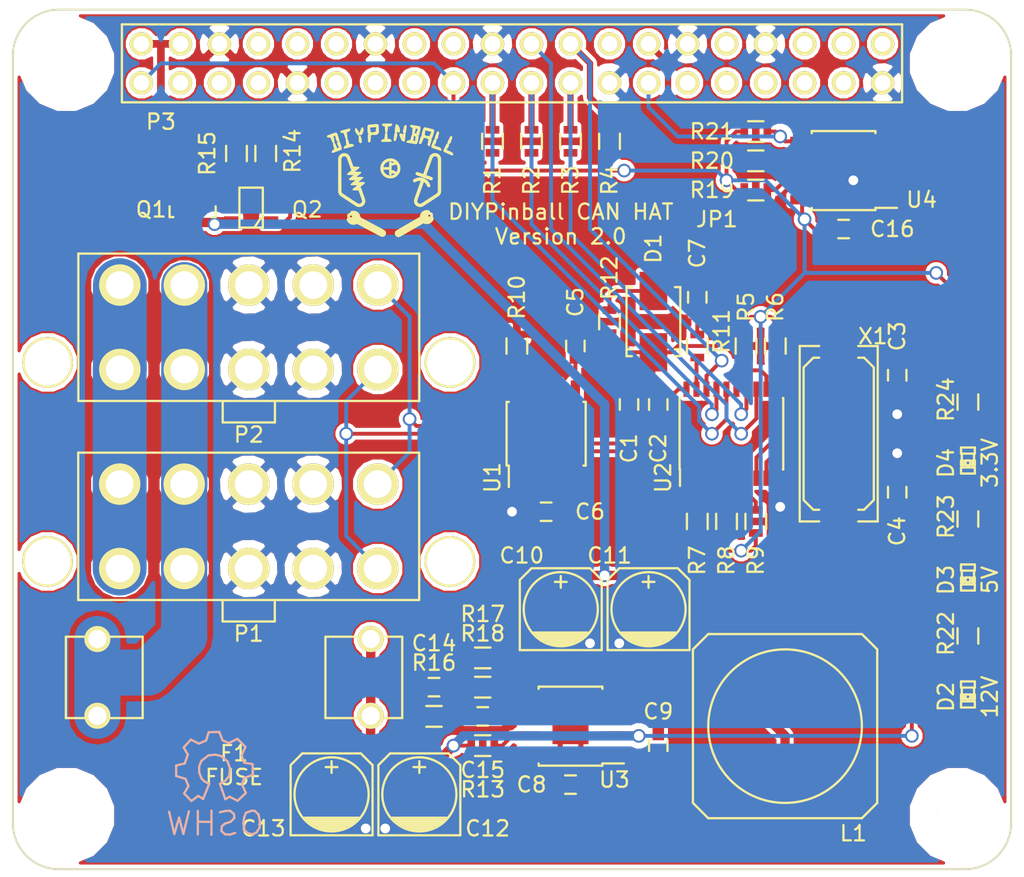
<source format=kicad_pcb>
(kicad_pcb (version 4) (host pcbnew "(2014-10-27 BZR 5228)-product")
  (layers (0 F.Cu signal) (31 B.Cu signal) (34 B.Paste user) (35 F.Paste user) (36 B.SilkS user) (37 F.SilkS user) (38 B.Mask user) (39 F.Mask user) (44 Edge.Cuts user))
  (net 0 "")
  (net 1 +3.3V)
  (net 2 GND)
  (net 3 "Net-(C3-Pad1)")
  (net 4 "Net-(C4-Pad1)")
  (net 5 +5V)
  (net 6 "Net-(C7-Pad1)")
  (net 7 "Net-(C8-Pad1)")
  (net 8 "Net-(C9-Pad1)")
  (net 9 "Net-(C9-Pad2)")
  (net 10 +12V)
  (net 11 "Net-(C14-Pad1)")
  (net 12 "Net-(C15-Pad2)")
  (net 13 "Net-(D2-Pad1)")
  (net 14 "Net-(D3-Pad1)")
  (net 15 "Net-(D4-Pad1)")
  (net 16 "Net-(F1-Pad1)")
  (net 17 "Net-(JP1-Pad2)")
  (net 18 "Net-(P1-Pad5)")
  (net 19 "Net-(P1-Pad10)")
  (net 20 "Net-(P1-Pad1)")
  (net 21 "Net-(P3-Pad2)")
  (net 22 /MOSI)
  (net 23 /MISO)
  (net 24 /~CANINT)
  (net 25 /SCK)
  (net 26 /~CANCS)
  (net 27 /ID_SD)
  (net 28 /ID_SC)
  (net 29 "Net-(Q2-Pad1)")
  (net 30 "Net-(R5-Pad2)")
  (net 31 "Net-(R6-Pad2)")
  (net 32 "Net-(R7-Pad2)")
  (net 33 "Net-(R8-Pad2)")
  (net 34 "Net-(R9-Pad2)")
  (net 35 "Net-(R10-Pad1)")
  (net 36 "Net-(R11-Pad2)")
  (net 37 "Net-(R13-Pad1)")
  (net 38 "Net-(R17-Pad2)")
  (net 39 "Net-(U1-Pad1)")
  (net 40 "Net-(U1-Pad4)")
  (net 41 "Net-(Q1-Pad1)")
  (module Capacitors_SMD:C_0603 (layer F.Cu) (at 219.075 124.7775 270)
    (fp_text reference C1 (at 2.8575 0 270) (layer F.SilkS))
    (fp_text value 100n hide)
    (pad 1 smd rect (at -0.75 0 270) (size 0.8 0.75) (layers F.Cu F.Paste F.Mask) (net 1 +3.3V))
    (pad 2 smd rect (at 0.75 0 270) (size 0.8 0.75) (layers F.Cu F.Paste F.Mask) (net 2 GND))
  )
  (module Capacitors_SMD:C_0603 (layer F.Cu) (at 220.98 124.7775 270)
    (fp_text reference C2 (at 2.8575 0 270) (layer F.SilkS))
    (fp_text value 10n hide)
    (pad 1 smd rect (at -0.75 0 270) (size 0.8 0.75) (layers F.Cu F.Paste F.Mask) (net 1 +3.3V))
    (pad 2 smd rect (at 0.75 0 270) (size 0.8 0.75) (layers F.Cu F.Paste F.Mask) (net 2 GND))
  )
  (module Capacitors_SMD:C_0603 (layer F.Cu) (at 236.5375 122.8725 270)
    (fp_text reference C3 (at -2.54 0 270) (layer F.SilkS))
    (fp_text value 18p hide)
    (pad 1 smd rect (at -0.75 0 270) (size 0.8 0.75) (layers F.Cu F.Paste F.Mask) (net 3 "Net-(C3-Pad1)"))
    (pad 2 smd rect (at 0.75 0 270) (size 0.8 0.75) (layers F.Cu F.Paste F.Mask) (net 2 GND))
  )
  (module Capacitors_SMD:C_0603 (layer F.Cu) (at 236.5375 130.4925 90)
    (fp_text reference C4 (at -2.54 0 90) (layer F.SilkS))
    (fp_text value 18p hide)
    (pad 1 smd rect (at -0.75 0 90) (size 0.8 0.75) (layers F.Cu F.Paste F.Mask) (net 4 "Net-(C4-Pad1)"))
    (pad 2 smd rect (at 0.75 0 90) (size 0.8 0.75) (layers F.Cu F.Paste F.Mask) (net 2 GND))
  )
  (module Capacitors_SMD:C_0603 (layer F.Cu) (at 215.5825 120.9675 90)
    (fp_text reference C5 (at 2.8575 0 90) (layer F.SilkS))
    (fp_text value 100n hide)
    (pad 1 smd rect (at -0.75 0 90) (size 0.8 0.75) (layers F.Cu F.Paste F.Mask) (net 1 +3.3V))
    (pad 2 smd rect (at 0.75 0 90) (size 0.8 0.75) (layers F.Cu F.Paste F.Mask) (net 2 GND))
  )
  (module Capacitors_SMD:C_0603 (layer F.Cu) (at 213.6775 131.7625 180)
    (fp_text reference C6 (at -2.8575 0 180) (layer F.SilkS))
    (fp_text value 100n hide)
    (pad 1 smd rect (at -0.75 0 180) (size 0.8 0.75) (layers F.Cu F.Paste F.Mask) (net 5 +5V))
    (pad 2 smd rect (at 0.75 0 180) (size 0.8 0.75) (layers F.Cu F.Paste F.Mask) (net 2 GND))
  )
  (module Capacitors_SMD:C_0603 (layer F.Cu) (at 223.52 117.7925 90)
    (fp_text reference C7 (at 2.8575 0 90) (layer F.SilkS))
    (fp_text value 100n hide)
    (pad 1 smd rect (at -0.75 0 90) (size 0.8 0.75) (layers F.Cu F.Paste F.Mask) (net 6 "Net-(C7-Pad1)"))
    (pad 2 smd rect (at 0.75 0 90) (size 0.8 0.75) (layers F.Cu F.Paste F.Mask) (net 2 GND))
  )
  (module Capacitors_SMD:C_0603 (layer F.Cu) (at 215.265 149.5425)
    (fp_text reference C8 (at -2.54 0) (layer F.SilkS))
    (fp_text value 100n hide)
    (pad 1 smd rect (at -0.75 0) (size 0.8 0.75) (layers F.Cu F.Paste F.Mask) (net 7 "Net-(C8-Pad1)"))
    (pad 2 smd rect (at 0.75 0) (size 0.8 0.75) (layers F.Cu F.Paste F.Mask) (net 2 GND))
  )
  (module Capacitors_SMD:C_0603 (layer F.Cu) (at 220.98 147.0025 270)
    (fp_text reference C9 (at -2.2225 0 360) (layer F.SilkS))
    (fp_text value 10n hide)
    (pad 1 smd rect (at -0.75 0 270) (size 0.8 0.75) (layers F.Cu F.Paste F.Mask) (net 8 "Net-(C9-Pad1)"))
    (pad 2 smd rect (at 0.75 0 270) (size 0.8 0.75) (layers F.Cu F.Paste F.Mask) (net 9 "Net-(C9-Pad2)"))
  )
  (module Capacitors_SMD:c_elec_5x5.8 (layer F.Cu) (at 214.63 138.1125 90)
    (fp_text reference C10 (at 3.4925 -2.54 180) (layer F.SilkS))
    (fp_text value 22u hide)
    (pad 1 smd rect (at 2.19964 0 90) (size 2.99974 1.6002) (layers F.Cu F.Paste F.Mask) (net 5 +5V))
    (pad 2 smd rect (at -2.19964 0 90) (size 2.99974 1.6002) (layers F.Cu F.Paste F.Mask) (net 2 GND))
  )
  (module Capacitors_SMD:c_elec_5x5.8 (layer F.Cu) (at 220.345 138.1125 90)
    (fp_text reference C11 (at 3.4925 -2.54 180) (layer F.SilkS))
    (fp_text value 22u hide)
    (pad 1 smd rect (at 2.19964 0 90) (size 2.99974 1.6002) (layers F.Cu F.Paste F.Mask) (net 5 +5V))
    (pad 2 smd rect (at -2.19964 0 90) (size 2.99974 1.6002) (layers F.Cu F.Paste F.Mask) (net 2 GND))
  )
  (module Capacitors_SMD:c_elec_5x5.8 (layer F.Cu) (at 205.4225 150.1775 90)
    (fp_text reference C12 (at -2.2225 4.445 180) (layer F.SilkS))
    (fp_text value 10u hide)
    (pad 1 smd rect (at 2.19964 0 90) (size 2.99974 1.6002) (layers F.Cu F.Paste F.Mask) (net 10 +12V))
    (pad 2 smd rect (at -2.19964 0 90) (size 2.99974 1.6002) (layers F.Cu F.Paste F.Mask) (net 2 GND))
  )
  (module Capacitors_SMD:c_elec_5x5.8 (layer F.Cu) (at 199.7075 150.1775 90)
    (fp_text reference C13 (at -2.2225 -4.445 180) (layer F.SilkS))
    (fp_text value 10u hide)
    (pad 1 smd rect (at 2.19964 0 90) (size 2.99974 1.6002) (layers F.Cu F.Paste F.Mask) (net 10 +12V))
    (pad 2 smd rect (at -2.19964 0 90) (size 2.99974 1.6002) (layers F.Cu F.Paste F.Mask) (net 2 GND))
  )
  (module Capacitors_SMD:C_0603 (layer F.Cu) (at 206.375 143.1925 180)
    (fp_text reference C14 (at 0 2.8575 180) (layer F.SilkS))
    (fp_text value NP hide)
    (pad 1 smd rect (at -0.75 0 180) (size 0.8 0.75) (layers F.Cu F.Paste F.Mask) (net 11 "Net-(C14-Pad1)"))
    (pad 2 smd rect (at 0.75 0 180) (size 0.8 0.75) (layers F.Cu F.Paste F.Mask) (net 2 GND))
  )
  (module Capacitors_SMD:C_0603 (layer F.Cu) (at 209.55 145.0975 180)
    (fp_text reference C15 (at 0 -3.4925 180) (layer F.SilkS))
    (fp_text value 3.3n hide)
    (pad 1 smd rect (at -0.75 0 180) (size 0.8 0.75) (layers F.Cu F.Paste F.Mask) (net 11 "Net-(C14-Pad1)"))
    (pad 2 smd rect (at 0.75 0 180) (size 0.8 0.75) (layers F.Cu F.Paste F.Mask) (net 12 "Net-(C15-Pad2)"))
  )
  (module Capacitors_SMD:C_0603 (layer F.Cu) (at 233.045 113.3475)
    (fp_text reference C16 (at 3.175 0) (layer F.SilkS))
    (fp_text value 100n hide)
    (pad 1 smd rect (at -0.75 0) (size 0.8 0.75) (layers F.Cu F.Paste F.Mask) (net 1 +3.3V))
    (pad 2 smd rect (at 0.75 0) (size 0.8 0.75) (layers F.Cu F.Paste F.Mask) (net 2 GND))
  )
  (module Diodes_SMD:Diode-SMA_Standard (layer F.Cu) (at 220.6625 119.38 270)
    (fp_text reference D1 (at -4.7625 0 270) (layer F.SilkS))
    (fp_text value S1M hide)
    (pad 1 smd rect (at -1.99898 0 270) (size 2.49936 1.80086) (layers F.Cu F.Paste F.Mask) (net 6 "Net-(C7-Pad1)"))
    (pad 2 smd rect (at 1.99898 0 270) (size 2.49936 1.80086) (layers F.Cu F.Paste F.Mask) (net 1 +3.3V))
  )
  (module LEDs:LED-0603 (layer F.Cu) (at 241.14125 143.66875 270)
    (fp_text reference D2 (at 0.15875 1.42875 270) (layer F.SilkS))
    (fp_text value LED hide)
    (pad 1 smd rect (at -0.7493 0 270) (size 0.79756 0.79756) (layers F.Cu F.Paste F.Mask) (net 13 "Net-(D2-Pad1)"))
    (pad 2 smd rect (at 0.7493 0 270) (size 0.79756 0.79756) (layers F.Cu F.Paste F.Mask) (net 2 GND))
  )
  (module LEDs:LED-0603 (layer F.Cu) (at 241.14125 136.04875 270)
    (fp_text reference D3 (at 0.15875 1.42875 270) (layer F.SilkS))
    (fp_text value LED hide)
    (pad 1 smd rect (at -0.7493 0 270) (size 0.79756 0.79756) (layers F.Cu F.Paste F.Mask) (net 14 "Net-(D3-Pad1)"))
    (pad 2 smd rect (at 0.7493 0 270) (size 0.79756 0.79756) (layers F.Cu F.Paste F.Mask) (net 2 GND))
  )
  (module LEDs:LED-0603 (layer F.Cu) (at 241.14125 128.42875 270)
    (fp_text reference D4 (at 0.15875 1.42875 270) (layer F.SilkS))
    (fp_text value LED hide)
    (pad 1 smd rect (at -0.7493 0 270) (size 0.79756 0.79756) (layers F.Cu F.Paste F.Mask) (net 15 "Net-(D4-Pad1)"))
    (pad 2 smd rect (at 0.7493 0 270) (size 0.79756 0.79756) (layers F.Cu F.Paste F.Mask) (net 2 GND))
  )
  (module open-project:S_JUMPER_2 (layer F.Cu) (at 227.33 112.7125)
    (fp_text reference JP1 (at -2.54 0) (layer F.SilkS))
    (fp_text value JUMPER hide)
    (pad 1 smd rect (at -0.3556 0) (size 0.508 0.762) (layers F.Cu F.Paste F.Mask) (net 2 GND) (clearance 0.2032))
    (pad 2 smd rect (at 0.3556 0) (size 0.508 0.762) (layers F.Cu F.Paste F.Mask) (net 17 "Net-(JP1-Pad2)") (clearance 0.2032))
  )
  (module Inductors:SELF-WE-PD-XXL (layer F.Cu) (at 229.235 145.7325 90)
    (fp_text reference L1 (at -6.985 4.445 180) (layer F.SilkS))
    (fp_text value 4.7u hide)
    (fp_text user "" (at 0 0 90) (layer F.SilkS))
    (fp_text user "" (at 0 0 90) (layer F.SilkS))
    (pad 1 smd rect (at -5.00126 0 90) (size 2.90068 5.40004) (layers F.Cu F.Paste F.Mask) (net 8 "Net-(C9-Pad1)"))
    (pad 2 smd rect (at 5.00126 0 90) (size 2.90068 5.40004) (layers F.Cu F.Paste F.Mask) (net 5 +5V))
  )
  (module Housings_SOT-23_SOT-143_TSOT-6:SOT23 (layer F.Cu) (at 190.65875 111.91875 180)
    (fp_text reference Q1 (at 2.69875 -0.15875 180) (layer F.SilkS))
    (fp_text value DMG2305UX hide)
    (pad 1 smd rect (at -0.95 1.00076 180) (size 0.8001 0.8001) (layers F.Cu F.Paste F.Mask) (net 41 "Net-(Q1-Pad1)"))
    (pad 2 smd rect (at 0.95 1.00076 180) (size 0.8001 0.8001) (layers F.Cu F.Paste F.Mask) (net 21 "Net-(P3-Pad2)"))
    (pad 3 smd rect (at 0 -0.99822 180) (size 0.8001 0.8001) (layers F.Cu F.Paste F.Mask) (net 5 +5V))
  )
  (module Housings_SOT-23_SOT-143_TSOT-6:SOT-23-6 (layer F.Cu) (at 194.46875 111.91875 90)
    (fp_text reference Q2 (at -0.15875 3.65125 180) (layer F.SilkS))
    (fp_text value DMMT5401 hide)
    (pad 6 smd rect (at -0.9525 -1.27 90) (size 0.70104 1.00076) (layers F.Cu F.Paste F.Mask) (net 5 +5V))
    (pad 5 smd rect (at 0 -1.27 90) (size 0.70104 1.00076) (layers F.Cu F.Paste F.Mask) (net 21 "Net-(P3-Pad2)"))
    (pad 4 smd rect (at 0.9525 -1.27 90) (size 0.70104 1.00076) (layers F.Cu F.Paste F.Mask) (net 41 "Net-(Q1-Pad1)"))
    (pad 3 smd rect (at 0.9525 1.27 90) (size 0.70104 1.00076) (layers F.Cu F.Paste F.Mask) (net 29 "Net-(Q2-Pad1)"))
    (pad 2 smd rect (at 0 1.27 90) (size 0.70104 1.00076) (layers F.Cu F.Paste F.Mask) (net 29 "Net-(Q2-Pad1)"))
    (pad 1 smd rect (at -0.9525 1.27 90) (size 0.70104 1.00076) (layers F.Cu F.Paste F.Mask) (net 29 "Net-(Q2-Pad1)"))
  )
  (module Resistors_SMD:R_0603 (layer F.Cu) (at 210.185 107.6325 90)
    (fp_text reference R1 (at -2.54 0 90) (layer F.SilkS))
    (fp_text value 10K hide)
    (pad 1 smd rect (at -0.75 0 90) (size 0.5 0.9) (layers F.Cu F.Paste F.Mask) (net 1 +3.3V))
    (pad 2 smd rect (at 0.75 0 90) (size 0.5 0.9) (layers F.Cu F.Paste F.Mask) (net 22 /MOSI))
  )
  (module Resistors_SMD:R_0603 (layer F.Cu) (at 212.725 107.6325 90)
    (fp_text reference R2 (at -2.54 0 90) (layer F.SilkS))
    (fp_text value 10K hide)
    (pad 1 smd rect (at -0.75 0 90) (size 0.5 0.9) (layers F.Cu F.Paste F.Mask) (net 1 +3.3V))
    (pad 2 smd rect (at 0.75 0 90) (size 0.5 0.9) (layers F.Cu F.Paste F.Mask) (net 23 /MISO))
  )
  (module Resistors_SMD:R_0603 (layer F.Cu) (at 215.265 107.6325 90)
    (fp_text reference R3 (at -2.54 0 90) (layer F.SilkS))
    (fp_text value 10K hide)
    (pad 1 smd rect (at -0.75 0 90) (size 0.5 0.9) (layers F.Cu F.Paste F.Mask) (net 1 +3.3V))
    (pad 2 smd rect (at 0.75 0 90) (size 0.5 0.9) (layers F.Cu F.Paste F.Mask) (net 25 /SCK))
  )
  (module Resistors_SMD:R_0603 (layer F.Cu) (at 217.805 107.6325 90)
    (fp_text reference R4 (at -2.54 0 90) (layer F.SilkS))
    (fp_text value 10K hide)
    (pad 1 smd rect (at -0.75 0 90) (size 0.5 0.9) (layers F.Cu F.Paste F.Mask) (net 1 +3.3V))
    (pad 2 smd rect (at 0.75 0 90) (size 0.5 0.9) (layers F.Cu F.Paste F.Mask) (net 26 /~CANCS))
  )
  (module Resistors_SMD:R_0603 (layer F.Cu) (at 226.695 120.9675 270)
    (fp_text reference R5 (at -2.54 0 270) (layer F.SilkS))
    (fp_text value 10K hide)
    (pad 1 smd rect (at -0.75 0 270) (size 0.5 0.9) (layers F.Cu F.Paste F.Mask) (net 1 +3.3V))
    (pad 2 smd rect (at 0.75 0 270) (size 0.5 0.9) (layers F.Cu F.Paste F.Mask) (net 30 "Net-(R5-Pad2)"))
  )
  (module Resistors_SMD:R_0603 (layer F.Cu) (at 228.6 120.9675 270)
    (fp_text reference R6 (at -2.54 0 270) (layer F.SilkS))
    (fp_text value 10K hide)
    (pad 1 smd rect (at -0.75 0 270) (size 0.5 0.9) (layers F.Cu F.Paste F.Mask) (net 1 +3.3V))
    (pad 2 smd rect (at 0.75 0 270) (size 0.5 0.9) (layers F.Cu F.Paste F.Mask) (net 31 "Net-(R6-Pad2)"))
  )
  (module Resistors_SMD:R_0603 (layer F.Cu) (at 223.52 132.3975 90)
    (fp_text reference R7 (at -2.54 0 90) (layer F.SilkS))
    (fp_text value 10K hide)
    (pad 1 smd rect (at -0.75 0 90) (size 0.5 0.9) (layers F.Cu F.Paste F.Mask) (net 1 +3.3V))
    (pad 2 smd rect (at 0.75 0 90) (size 0.5 0.9) (layers F.Cu F.Paste F.Mask) (net 32 "Net-(R7-Pad2)"))
  )
  (module Resistors_SMD:R_0603 (layer F.Cu) (at 225.425 132.3975 90)
    (fp_text reference R8 (at -2.54 0 90) (layer F.SilkS))
    (fp_text value 10K hide)
    (pad 1 smd rect (at -0.75 0 90) (size 0.5 0.9) (layers F.Cu F.Paste F.Mask) (net 1 +3.3V))
    (pad 2 smd rect (at 0.75 0 90) (size 0.5 0.9) (layers F.Cu F.Paste F.Mask) (net 33 "Net-(R8-Pad2)"))
  )
  (module Resistors_SMD:R_0603 (layer F.Cu) (at 227.33 132.3975 90)
    (fp_text reference R9 (at -2.54 0 90) (layer F.SilkS))
    (fp_text value 10K hide)
    (pad 1 smd rect (at -0.75 0 90) (size 0.5 0.9) (layers F.Cu F.Paste F.Mask) (net 1 +3.3V))
    (pad 2 smd rect (at 0.75 0 90) (size 0.5 0.9) (layers F.Cu F.Paste F.Mask) (net 34 "Net-(R9-Pad2)"))
  )
  (module Resistors_SMD:R_0603 (layer F.Cu) (at 211.7725 120.9675 90)
    (fp_text reference R10 (at 3.175 0 90) (layer F.SilkS))
    (fp_text value 10K hide)
    (pad 1 smd rect (at -0.75 0 90) (size 0.5 0.9) (layers F.Cu F.Paste F.Mask) (net 35 "Net-(R10-Pad1)"))
    (pad 2 smd rect (at 0.75 0 90) (size 0.5 0.9) (layers F.Cu F.Paste F.Mask) (net 2 GND))
  )
  (module Resistors_SMD:R_0603 (layer F.Cu) (at 223.52 120.9675 270)
    (fp_text reference R11 (at -0.9525 -1.5875 270) (layer F.SilkS))
    (fp_text value 1K hide)
    (pad 1 smd rect (at -0.75 0 270) (size 0.5 0.9) (layers F.Cu F.Paste F.Mask) (net 6 "Net-(C7-Pad1)"))
    (pad 2 smd rect (at 0.75 0 270) (size 0.5 0.9) (layers F.Cu F.Paste F.Mask) (net 36 "Net-(R11-Pad2)"))
  )
  (module Resistors_SMD:R_0603 (layer F.Cu) (at 217.805 119.38 90)
    (fp_text reference R12 (at 2.8575 0 90) (layer F.SilkS))
    (fp_text value 10K hide)
    (pad 1 smd rect (at -0.75 0 90) (size 0.5 0.9) (layers F.Cu F.Paste F.Mask) (net 1 +3.3V))
    (pad 2 smd rect (at 0.75 0 90) (size 0.5 0.9) (layers F.Cu F.Paste F.Mask) (net 6 "Net-(C7-Pad1)"))
  )
  (module Resistors_SMD:R_0603 (layer F.Cu) (at 209.55 147.0025 180)
    (fp_text reference R13 (at 0 -2.8575 180) (layer F.SilkS))
    (fp_text value 10K hide)
    (pad 1 smd rect (at -0.75 0 180) (size 0.5 0.9) (layers F.Cu F.Paste F.Mask) (net 37 "Net-(R13-Pad1)"))
    (pad 2 smd rect (at 0.75 0 180) (size 0.5 0.9) (layers F.Cu F.Paste F.Mask) (net 10 +12V))
  )
  (module Resistors_SMD:R_0603 (layer F.Cu) (at 195.42125 108.42625 90)
    (fp_text reference R14 (at 0.15875 1.74625 90) (layer F.SilkS))
    (fp_text value 10K hide)
    (pad 1 smd rect (at -0.75 0 90) (size 0.5 0.9) (layers F.Cu F.Paste F.Mask) (net 29 "Net-(Q2-Pad1)"))
    (pad 2 smd rect (at 0.75 0 90) (size 0.5 0.9) (layers F.Cu F.Paste F.Mask) (net 2 GND))
  )
  (module Resistors_SMD:R_0603 (layer F.Cu) (at 193.51625 108.42625 90)
    (fp_text reference R15 (at 0 -1.9 90) (layer F.SilkS))
    (fp_text value 47K hide)
    (pad 1 smd rect (at -0.75 0 90) (size 0.5 0.9) (layers F.Cu F.Paste F.Mask) (net 41 "Net-(Q1-Pad1)"))
    (pad 2 smd rect (at 0.75 0 90) (size 0.5 0.9) (layers F.Cu F.Paste F.Mask) (net 2 GND))
  )
  (module Resistors_SMD:R_0603 (layer F.Cu) (at 206.375 145.0975)
    (fp_text reference R16 (at 0 -3.4925) (layer F.SilkS))
    (fp_text value 13K hide)
    (pad 1 smd rect (at -0.75 0) (size 0.5 0.9) (layers F.Cu F.Paste F.Mask) (net 2 GND))
    (pad 2 smd rect (at 0.75 0) (size 0.5 0.9) (layers F.Cu F.Paste F.Mask) (net 12 "Net-(C15-Pad2)"))
  )
  (module Resistors_SMD:R_0603 (layer F.Cu) (at 209.55 141.2875)
    (fp_text reference R17 (at 0 -2.8575) (layer F.SilkS))
    (fp_text value 11.8K hide)
    (pad 1 smd rect (at -0.75 0) (size 0.5 0.9) (layers F.Cu F.Paste F.Mask) (net 2 GND))
    (pad 2 smd rect (at 0.75 0) (size 0.5 0.9) (layers F.Cu F.Paste F.Mask) (net 38 "Net-(R17-Pad2)"))
  )
  (module Resistors_SMD:R_0603 (layer F.Cu) (at 209.55 143.1925 180)
    (fp_text reference R18 (at 0 3.4925 180) (layer F.SilkS))
    (fp_text value 53.6K hide)
    (pad 1 smd rect (at -0.75 0 180) (size 0.5 0.9) (layers F.Cu F.Paste F.Mask) (net 38 "Net-(R17-Pad2)"))
    (pad 2 smd rect (at 0.75 0 180) (size 0.5 0.9) (layers F.Cu F.Paste F.Mask) (net 5 +5V))
  )
  (module Resistors_SMD:R_0603 (layer F.Cu) (at 227.33 110.8075)
    (fp_text reference R19 (at -2.8575 0) (layer F.SilkS))
    (fp_text value 1K hide)
    (pad 1 smd rect (at -0.75 0) (size 0.5 0.9) (layers F.Cu F.Paste F.Mask) (net 1 +3.3V))
    (pad 2 smd rect (at 0.75 0) (size 0.5 0.9) (layers F.Cu F.Paste F.Mask) (net 17 "Net-(JP1-Pad2)"))
  )
  (module Resistors_SMD:R_0603 (layer F.Cu) (at 227.33 108.9025)
    (fp_text reference R20 (at -2.8575 0) (layer F.SilkS))
    (fp_text value 4.7K hide)
    (pad 1 smd rect (at -0.75 0) (size 0.5 0.9) (layers F.Cu F.Paste F.Mask) (net 1 +3.3V))
    (pad 2 smd rect (at 0.75 0) (size 0.5 0.9) (layers F.Cu F.Paste F.Mask) (net 28 /ID_SC))
  )
  (module Resistors_SMD:R_0603 (layer F.Cu) (at 227.33 106.9975)
    (fp_text reference R21 (at -2.8575 0) (layer F.SilkS))
    (fp_text value 4.7K hide)
    (pad 1 smd rect (at -0.75 0) (size 0.5 0.9) (layers F.Cu F.Paste F.Mask) (net 1 +3.3V))
    (pad 2 smd rect (at 0.75 0) (size 0.5 0.9) (layers F.Cu F.Paste F.Mask) (net 27 /ID_SD))
  )
  (module Resistors_SMD:R_0603 (layer F.Cu) (at 241.14125 139.85875 270)
    (fp_text reference R22 (at -0.15875 1.42875 270) (layer F.SilkS))
    (fp_text value 4.7K hide)
    (pad 1 smd rect (at -0.75 0 270) (size 0.5 0.9) (layers F.Cu F.Paste F.Mask) (net 10 +12V))
    (pad 2 smd rect (at 0.75 0 270) (size 0.5 0.9) (layers F.Cu F.Paste F.Mask) (net 13 "Net-(D2-Pad1)"))
  )
  (module Resistors_SMD:R_0603 (layer F.Cu) (at 241.14125 132.23875 270)
    (fp_text reference R23 (at -0.15875 1.42875 270) (layer F.SilkS))
    (fp_text value 1K hide)
    (pad 1 smd rect (at -0.75 0 270) (size 0.5 0.9) (layers F.Cu F.Paste F.Mask) (net 5 +5V))
    (pad 2 smd rect (at 0.75 0 270) (size 0.5 0.9) (layers F.Cu F.Paste F.Mask) (net 14 "Net-(D3-Pad1)"))
  )
  (module Resistors_SMD:R_0603 (layer F.Cu) (at 241.14125 124.61875 270)
    (fp_text reference R24 (at -0.15875 1.42875 270) (layer F.SilkS))
    (fp_text value 1K hide)
    (pad 1 smd rect (at -0.75 0 270) (size 0.5 0.9) (layers F.Cu F.Paste F.Mask) (net 1 +3.3V))
    (pad 2 smd rect (at 0.75 0 270) (size 0.5 0.9) (layers F.Cu F.Paste F.Mask) (net 15 "Net-(D4-Pad1)"))
  )
  (module Housings_SOIC:SOIC-8_3.9x4.9mm_Pitch1.27mm (layer F.Cu) (at 213.6775 126.6825 90)
    (fp_text reference U1 (at -2.8575 -3.4925 90) (layer F.SilkS))
    (fp_text value MCP2562 hide)
    (pad 1 smd rect (at -2.7 -1.905 90) (size 1.55 0.6) (layers F.Cu F.Paste F.Mask) (net 39 "Net-(U1-Pad1)"))
    (pad 2 smd rect (at -2.7 -0.635 90) (size 1.55 0.6) (layers F.Cu F.Paste F.Mask) (net 2 GND))
    (pad 3 smd rect (at -2.7 0.635 90) (size 1.55 0.6) (layers F.Cu F.Paste F.Mask) (net 5 +5V))
    (pad 4 smd rect (at -2.7 1.905 90) (size 1.55 0.6) (layers F.Cu F.Paste F.Mask) (net 40 "Net-(U1-Pad4)"))
    (pad 5 smd rect (at 2.7 1.905 90) (size 1.55 0.6) (layers F.Cu F.Paste F.Mask) (net 1 +3.3V))
    (pad 6 smd rect (at 2.7 0.635 90) (size 1.55 0.6) (layers F.Cu F.Paste F.Mask) (net 19 "Net-(P1-Pad10)"))
    (pad 7 smd rect (at 2.7 -0.635 90) (size 1.55 0.6) (layers F.Cu F.Paste F.Mask) (net 18 "Net-(P1-Pad5)"))
    (pad 8 smd rect (at 2.7 -1.905 90) (size 1.55 0.6) (layers F.Cu F.Paste F.Mask) (net 35 "Net-(R10-Pad1)"))
  )
  (module Housings_SOIC:SOIC-8-1EP_3.9x4.9mm_Pitch1.27mm (layer F.Cu) (at 215.265 145.7325 180)
    (fp_text reference U3 (at -2.8575 -3.4925 180) (layer F.SilkS))
    (fp_text value AP3513E hide)
    (pad 1 smd rect (at -2.7 -1.905 180) (size 1.55 0.6) (layers F.Cu F.Paste F.Mask) (net 9 "Net-(C9-Pad2)"))
    (pad 2 smd rect (at -2.7 -0.635 180) (size 1.55 0.6) (layers F.Cu F.Paste F.Mask) (net 10 +12V))
    (pad 3 smd rect (at -2.7 0.635 180) (size 1.55 0.6) (layers F.Cu F.Paste F.Mask) (net 8 "Net-(C9-Pad1)"))
    (pad 4 smd rect (at -2.7 1.905 180) (size 1.55 0.6) (layers F.Cu F.Paste F.Mask) (net 2 GND))
    (pad 5 smd rect (at 2.7 1.905 180) (size 1.55 0.6) (layers F.Cu F.Paste F.Mask) (net 38 "Net-(R17-Pad2)"))
    (pad 6 smd rect (at 2.7 0.635 180) (size 1.55 0.6) (layers F.Cu F.Paste F.Mask) (net 11 "Net-(C14-Pad1)"))
    (pad 7 smd rect (at 2.7 -0.635 180) (size 1.55 0.6) (layers F.Cu F.Paste F.Mask) (net 37 "Net-(R13-Pad1)"))
    (pad 8 smd rect (at 2.7 -1.905 180) (size 1.55 0.6) (layers F.Cu F.Paste F.Mask) (net 7 "Net-(C8-Pad1)"))
    (pad 9 smd rect (at 0.5875 0.5875 180) (size 1.175 1.175) (layers F.Cu F.Paste F.Mask) (net 2 GND))
    (pad 9 smd rect (at 0.5875 -0.5875 180) (size 1.175 1.175) (layers F.Cu F.Paste F.Mask) (net 2 GND))
    (pad 9 smd rect (at -0.5875 0.5875 180) (size 1.175 1.175) (layers F.Cu F.Paste F.Mask) (net 2 GND))
    (pad 9 smd rect (at -0.5875 -0.5875 180) (size 1.175 1.175) (layers F.Cu F.Paste F.Mask) (net 2 GND))
  )
  (module Housings_SOIC:SOIC-8_3.9x4.9mm_Pitch1.27mm (layer F.Cu) (at 233.045 109.5375 180)
    (fp_text reference U4 (at -5.08 -1.905 180) (layer F.SilkS))
    (fp_text value CAT24C32 hide)
    (pad 1 smd rect (at -2.7 -1.905 180) (size 1.55 0.6) (layers F.Cu F.Paste F.Mask) (net 2 GND))
    (pad 2 smd rect (at -2.7 -0.635 180) (size 1.55 0.6) (layers F.Cu F.Paste F.Mask) (net 2 GND))
    (pad 3 smd rect (at -2.7 0.635 180) (size 1.55 0.6) (layers F.Cu F.Paste F.Mask) (net 2 GND))
    (pad 4 smd rect (at -2.7 1.905 180) (size 1.55 0.6) (layers F.Cu F.Paste F.Mask) (net 2 GND))
    (pad 5 smd rect (at 2.7 1.905 180) (size 1.55 0.6) (layers F.Cu F.Paste F.Mask) (net 27 /ID_SD))
    (pad 6 smd rect (at 2.7 0.635 180) (size 1.55 0.6) (layers F.Cu F.Paste F.Mask) (net 28 /ID_SC))
    (pad 7 smd rect (at 2.7 -0.635 180) (size 1.55 0.6) (layers F.Cu F.Paste F.Mask) (net 17 "Net-(JP1-Pad2)"))
    (pad 8 smd rect (at 2.7 -1.905 180) (size 1.55 0.6) (layers F.Cu F.Paste F.Mask) (net 1 +3.3V))
  )
  (module Crystals_Oscillators_SMD:Q_49U3HMS (layer F.Cu) (at 232.7275 126.6825 270)
    (fp_text reference X1 (at -6.35 -2.2225 360) (layer F.SilkS))
    (fp_text value CRYSTAL hide)
    (pad 1 smd rect (at -4.699 0 270) (size 5.4991 1.99898) (layers F.Cu F.Paste F.Mask) (net 3 "Net-(C3-Pad1)"))
    (pad 2 smd rect (at 4.699 0 270) (size 5.4991 1.99898) (layers F.Cu F.Paste F.Mask) (net 4 "Net-(C4-Pad1)"))
  )
  (module Housings_SSOP:SSOP-20_4.4x6.5mm_Pitch0.65mm (layer F.Cu) (at 225.7425 126.6825 90)
    (fp_text reference U2 (at -2.8575 -4.445 90) (layer F.SilkS))
    (fp_text value MCP2515 hide)
    (pad 1 smd rect (at -2.9 -2.925 90) (size 1 0.4) (layers F.Cu F.Paste F.Mask) (net 40 "Net-(U1-Pad4)"))
    (pad 2 smd rect (at -2.9 -2.275 90) (size 1 0.4) (layers F.Cu F.Paste F.Mask) (net 39 "Net-(U1-Pad1)"))
    (pad 3 smd rect (at -2.9 -1.625 90) (size 1 0.4) (layers F.Cu F.Paste F.Mask))
    (pad 4 smd rect (at -2.9 -0.975 90) (size 1 0.4) (layers F.Cu F.Paste F.Mask) (net 32 "Net-(R7-Pad2)"))
    (pad 5 smd rect (at -2.9 -0.325 90) (size 1 0.4) (layers F.Cu F.Paste F.Mask) (net 33 "Net-(R8-Pad2)"))
    (pad 6 smd rect (at -2.9 0.325 90) (size 1 0.4) (layers F.Cu F.Paste F.Mask))
    (pad 7 smd rect (at -2.9 0.975 90) (size 1 0.4) (layers F.Cu F.Paste F.Mask) (net 34 "Net-(R9-Pad2)"))
    (pad 8 smd rect (at -2.9 1.625 90) (size 1 0.4) (layers F.Cu F.Paste F.Mask) (net 3 "Net-(C3-Pad1)"))
    (pad 9 smd rect (at -2.9 2.275 90) (size 1 0.4) (layers F.Cu F.Paste F.Mask) (net 4 "Net-(C4-Pad1)"))
    (pad 10 smd rect (at -2.9 2.925 90) (size 1 0.4) (layers F.Cu F.Paste F.Mask) (net 2 GND))
    (pad 11 smd rect (at 2.9 2.925 90) (size 1 0.4) (layers F.Cu F.Paste F.Mask) (net 31 "Net-(R6-Pad2)"))
    (pad 12 smd rect (at 2.9 2.275 90) (size 1 0.4) (layers F.Cu F.Paste F.Mask) (net 30 "Net-(R5-Pad2)"))
    (pad 13 smd rect (at 2.9 1.625 90) (size 1 0.4) (layers F.Cu F.Paste F.Mask) (net 24 /~CANINT))
    (pad 14 smd rect (at 2.9 0.975 90) (size 1 0.4) (layers F.Cu F.Paste F.Mask) (net 25 /SCK))
    (pad 15 smd rect (at 2.9 0.325 90) (size 1 0.4) (layers F.Cu F.Paste F.Mask))
    (pad 16 smd rect (at 2.9 -0.325 90) (size 1 0.4) (layers F.Cu F.Paste F.Mask) (net 22 /MOSI))
    (pad 17 smd rect (at 2.9 -0.975 90) (size 1 0.4) (layers F.Cu F.Paste F.Mask) (net 23 /MISO))
    (pad 18 smd rect (at 2.9 -1.625 90) (size 1 0.4) (layers F.Cu F.Paste F.Mask) (net 26 /~CANCS))
    (pad 19 smd rect (at 2.9 -2.275 90) (size 1 0.4) (layers F.Cu F.Paste F.Mask) (net 36 "Net-(R11-Pad2)"))
    (pad 20 smd rect (at 2.9 -2.925 90) (size 1 0.4) (layers F.Cu F.Paste F.Mask) (net 1 +3.3V))
  )
  (module PinballParts:PINBALL-CONNECTOR-V (layer F.Cu) (at 194.31 132.715)
    (fp_text reference P1 (at 0 7) (layer F.SilkS))
    (fp_text value PINBALL-CONNECTOR hide)
    (pad 3 thru_hole circle (at 0 -2.75 180) (size 2.7 2.7) (drill 1.8) (layers *.Cu *.Mask F.SilkS) (net 2 GND))
    (pad 8 thru_hole circle (at 0 2.75 180) (size 2.7 2.7) (drill 1.8) (layers *.Cu *.Mask F.SilkS) (net 2 GND))
    (pad 4 thru_hole circle (at 4.2 -2.75 180) (size 2.7 2.7) (drill 1.8) (layers *.Cu *.Mask F.SilkS) (net 2 GND))
    (pad 9 thru_hole circle (at 4.2 2.75 180) (size 2.7 2.7) (drill 1.8) (layers *.Cu *.Mask F.SilkS) (net 2 GND))
    (pad 5 thru_hole circle (at 8.4 -2.75 180) (size 2.7 2.7) (drill 1.8) (layers *.Cu *.Mask F.SilkS) (net 18 "Net-(P1-Pad5)"))
    (pad 10 thru_hole circle (at 8.4 2.75 180) (size 2.7 2.7) (drill 1.8) (layers *.Cu *.Mask F.SilkS) (net 19 "Net-(P1-Pad10)"))
    (pad 7 thru_hole circle (at -4.2 2.75 180) (size 2.7 2.7) (drill 1.8) (layers *.Cu *.Mask F.SilkS) (net 16 "Net-(F1-Pad1)"))
    (pad 2 thru_hole circle (at -4.2 -2.75 180) (size 2.7 2.7) (drill 1.8) (layers *.Cu *.Mask F.SilkS) (net 16 "Net-(F1-Pad1)"))
    (pad 6 thru_hole circle (at -8.4 2.75 180) (size 2.7 2.7) (drill 1.8) (layers *.Cu *.Mask F.SilkS) (net 20 "Net-(P1-Pad1)"))
    (pad 1 thru_hole circle (at -8.4 -2.75 180) (size 2.7 2.7) (drill 1.8) (layers *.Cu *.Mask F.SilkS) (net 20 "Net-(P1-Pad1)"))
    (pad "" np_thru_hole circle (at 13.1 2.29 180) (size 3.3 3.3) (drill 3) (layers *.Cu *.Mask F.SilkS))
    (pad "" np_thru_hole circle (at -13.1 2.29 180) (size 3.3 3.3) (drill 3) (layers *.Cu *.Mask F.SilkS))
  )
  (module PinballParts:PINBALL-CONNECTOR-V (layer F.Cu) (at 194.319 119.746501)
    (fp_text reference P2 (at 0 7) (layer F.SilkS))
    (fp_text value PINBALL-CONNECTOR hide)
    (pad 3 thru_hole circle (at 0 -2.75 180) (size 2.7 2.7) (drill 1.8) (layers *.Cu *.Mask F.SilkS) (net 2 GND))
    (pad 8 thru_hole circle (at 0 2.75 180) (size 2.7 2.7) (drill 1.8) (layers *.Cu *.Mask F.SilkS) (net 2 GND))
    (pad 4 thru_hole circle (at 4.2 -2.75 180) (size 2.7 2.7) (drill 1.8) (layers *.Cu *.Mask F.SilkS) (net 2 GND))
    (pad 9 thru_hole circle (at 4.2 2.75 180) (size 2.7 2.7) (drill 1.8) (layers *.Cu *.Mask F.SilkS) (net 2 GND))
    (pad 5 thru_hole circle (at 8.4 -2.75 180) (size 2.7 2.7) (drill 1.8) (layers *.Cu *.Mask F.SilkS) (net 18 "Net-(P1-Pad5)"))
    (pad 10 thru_hole circle (at 8.4 2.75 180) (size 2.7 2.7) (drill 1.8) (layers *.Cu *.Mask F.SilkS) (net 19 "Net-(P1-Pad10)"))
    (pad 7 thru_hole circle (at -4.2 2.75 180) (size 2.7 2.7) (drill 1.8) (layers *.Cu *.Mask F.SilkS) (net 16 "Net-(F1-Pad1)"))
    (pad 2 thru_hole circle (at -4.2 -2.75 180) (size 2.7 2.7) (drill 1.8) (layers *.Cu *.Mask F.SilkS) (net 16 "Net-(F1-Pad1)"))
    (pad 6 thru_hole circle (at -8.4 2.75 180) (size 2.7 2.7) (drill 1.8) (layers *.Cu *.Mask F.SilkS) (net 20 "Net-(P1-Pad1)"))
    (pad 1 thru_hole circle (at -8.4 -2.75 180) (size 2.7 2.7) (drill 1.8) (layers *.Cu *.Mask F.SilkS) (net 20 "Net-(P1-Pad1)"))
    (pad "" np_thru_hole circle (at 13.1 2.29 180) (size 3.3 3.3) (drill 3) (layers *.Cu *.Mask F.SilkS))
    (pad "" np_thru_hole circle (at -13.1 2.29 180) (size 3.3 3.3) (drill 3) (layers *.Cu *.Mask F.SilkS))
  )
  (module PinballParts:diypinball-logo-small (layer F.Cu) (at 203.5175 110.1725)
    (fp_text reference G*** hide)
    (fp_text value LOGO hide)
  )
  (module PinballParts:FC203-20MM (layer F.Cu) (at 193.3575 142.5575)
    (fp_text reference F1 (at 0 4.95) (layer F.SilkS))
    (fp_text value FUSE (at 0 6.5) (layer F.SilkS))
    (pad 1 thru_hole circle (at -8.9 -2.5) (size 1.7 1.7) (drill 1.17) (layers *.Cu *.Mask F.SilkS) (net 16 "Net-(F1-Pad1)"))
    (pad 1 thru_hole circle (at -8.9 2.5) (size 1.7 1.7) (drill 1.17) (layers *.Cu *.Mask F.SilkS) (net 16 "Net-(F1-Pad1)"))
    (pad 2 thru_hole circle (at 8.9 2.5) (size 1.7 1.7) (drill 1.17) (layers *.Cu *.Mask F.SilkS) (net 10 +12V))
    (pad 2 thru_hole circle (at 8.9 -2.5) (size 1.7 1.7) (drill 1.17) (layers *.Cu *.Mask F.SilkS) (net 10 +12V))
  )
  (module Symbols:Symbol_OSHW-Logo_SilkScreen (layer B.Cu) (at 192.0875 148.59 180)
    (fp_text reference REF** hide)
    (fp_text value Symbol_OSHW-Logo_SilkScreen hide)
  )
  (module PinballParts:FIDUCIAL (layer F.Cu) (at 187.0075 147.6375)
    (fp_text reference FIDUCIAL hide)
    (fp_text value VAL** hide)
    (pad "" smd circle (at 0 0) (size 1 1) (layers F.Cu F.Mask) (clearance 1))
  )
  (module PinballParts:FIDUCIAL (layer F.Cu) (at 238.76 107.315)
    (fp_text reference FIDUCIAL hide)
    (fp_text value VAL** hide)
    (pad "" smd circle (at 0 0) (size 1 1) (layers F.Cu F.Mask) (clearance 1))
  )
  (module PinballParts:PIHAT (layer F.Cu) (at 211.455 102.5525)
    (fp_text reference P3 (at -22.86 3.81) (layer F.SilkS))
    (fp_text value PIHAT hide)
    (pad "" np_thru_hole circle (at -29 49) (size 2.75 2.75) (drill 2.75) (layers *.Cu *.Mask F.SilkS) (clearance 1.725))
    (pad "" np_thru_hole circle (at 29 49) (size 2.75 2.75) (drill 2.75) (layers *.Cu *.Mask F.SilkS) (clearance 1.725))
    (pad "" np_thru_hole circle (at 29 0) (size 2.75 2.75) (drill 2.75) (layers *.Cu *.Mask F.SilkS) (clearance 1.725))
    (pad "" np_thru_hole circle (at -29 0) (size 2.75 2.75) (drill 2.75) (layers *.Cu *.Mask F.SilkS) (clearance 1.725))
    (pad 1 thru_hole circle (at -24.13 1.27) (size 1.524 1.524) (drill 1.016) (layers *.Cu *.Mask F.SilkS) (net 1 +3.3V))
    (pad 3 thru_hole circle (at -21.59 1.27) (size 1.524 1.524) (drill 1.016) (layers *.Cu *.Mask F.SilkS))
    (pad 4 thru_hole circle (at -21.59 -1.27) (size 1.524 1.524) (drill 1.016) (layers *.Cu *.Mask F.SilkS) (net 21 "Net-(P3-Pad2)"))
    (pad 5 thru_hole circle (at -19.05 1.27) (size 1.524 1.524) (drill 1.016) (layers *.Cu *.Mask F.SilkS))
    (pad 6 thru_hole circle (at -19.05 -1.27) (size 1.524 1.524) (drill 1.016) (layers *.Cu *.Mask F.SilkS) (net 2 GND))
    (pad 7 thru_hole circle (at -16.51 1.27) (size 1.524 1.524) (drill 1.016) (layers *.Cu *.Mask F.SilkS))
    (pad 8 thru_hole circle (at -16.51 -1.27) (size 1.524 1.524) (drill 1.016) (layers *.Cu *.Mask F.SilkS))
    (pad 9 thru_hole circle (at -13.97 1.27) (size 1.524 1.524) (drill 1.016) (layers *.Cu *.Mask F.SilkS) (net 2 GND))
    (pad 10 thru_hole circle (at -13.97 -1.27) (size 1.524 1.524) (drill 1.016) (layers *.Cu *.Mask F.SilkS))
    (pad 11 thru_hole circle (at -11.43 1.27) (size 1.524 1.524) (drill 1.016) (layers *.Cu *.Mask F.SilkS))
    (pad 12 thru_hole circle (at -11.43 -1.27) (size 1.524 1.524) (drill 1.016) (layers *.Cu *.Mask F.SilkS))
    (pad 13 thru_hole circle (at -8.89 1.27) (size 1.524 1.524) (drill 1.016) (layers *.Cu *.Mask F.SilkS))
    (pad 14 thru_hole circle (at -8.89 -1.27) (size 1.524 1.524) (drill 1.016) (layers *.Cu *.Mask F.SilkS) (net 2 GND))
    (pad 15 thru_hole circle (at -6.35 1.27) (size 1.524 1.524) (drill 1.016) (layers *.Cu *.Mask F.SilkS))
    (pad 16 thru_hole circle (at -6.35 -1.27) (size 1.524 1.524) (drill 1.016) (layers *.Cu *.Mask F.SilkS))
    (pad 17 thru_hole circle (at -3.81 1.27) (size 1.524 1.524) (drill 1.016) (layers *.Cu *.Mask F.SilkS) (net 1 +3.3V))
    (pad 18 thru_hole circle (at -3.81 -1.27) (size 1.524 1.524) (drill 1.016) (layers *.Cu *.Mask F.SilkS))
    (pad 19 thru_hole circle (at -1.27 1.27) (size 1.524 1.524) (drill 1.016) (layers *.Cu *.Mask F.SilkS) (net 22 /MOSI))
    (pad 20 thru_hole circle (at -1.27 -1.27) (size 1.524 1.524) (drill 1.016) (layers *.Cu *.Mask F.SilkS) (net 2 GND))
    (pad 21 thru_hole circle (at 1.27 1.27) (size 1.524 1.524) (drill 1.016) (layers *.Cu *.Mask F.SilkS) (net 23 /MISO))
    (pad 22 thru_hole circle (at 1.27 -1.27) (size 1.524 1.524) (drill 1.016) (layers *.Cu *.Mask F.SilkS) (net 24 /~CANINT))
    (pad 23 thru_hole circle (at 3.81 1.27) (size 1.524 1.524) (drill 1.016) (layers *.Cu *.Mask F.SilkS) (net 25 /SCK))
    (pad 24 thru_hole circle (at 3.81 -1.27) (size 1.524 1.524) (drill 1.016) (layers *.Cu *.Mask F.SilkS) (net 26 /~CANCS))
    (pad 25 thru_hole circle (at 6.35 1.27) (size 1.524 1.524) (drill 1.016) (layers *.Cu *.Mask F.SilkS) (net 2 GND))
    (pad 26 thru_hole circle (at 6.35 -1.27) (size 1.524 1.524) (drill 1.016) (layers *.Cu *.Mask F.SilkS))
    (pad 27 thru_hole circle (at 8.89 1.27) (size 1.524 1.524) (drill 1.016) (layers *.Cu *.Mask F.SilkS) (net 27 /ID_SD))
    (pad 28 thru_hole circle (at 8.89 -1.27) (size 1.524 1.524) (drill 1.016) (layers *.Cu *.Mask F.SilkS) (net 28 /ID_SC))
    (pad 29 thru_hole circle (at 11.43 1.27) (size 1.524 1.524) (drill 1.016) (layers *.Cu *.Mask F.SilkS))
    (pad 30 thru_hole circle (at 11.43 -1.27) (size 1.524 1.524) (drill 1.016) (layers *.Cu *.Mask F.SilkS) (net 2 GND))
    (pad 31 thru_hole circle (at 13.97 1.27) (size 1.524 1.524) (drill 1.016) (layers *.Cu *.Mask F.SilkS))
    (pad 32 thru_hole circle (at 13.97 -1.27) (size 1.524 1.524) (drill 1.016) (layers *.Cu *.Mask F.SilkS))
    (pad 33 thru_hole circle (at 16.51 1.27) (size 1.524 1.524) (drill 1.016) (layers *.Cu *.Mask F.SilkS))
    (pad 34 thru_hole circle (at 16.51 -1.27) (size 1.524 1.524) (drill 1.016) (layers *.Cu *.Mask F.SilkS) (net 2 GND))
    (pad 35 thru_hole circle (at 19.05 1.27) (size 1.524 1.524) (drill 1.016) (layers *.Cu *.Mask F.SilkS))
    (pad 36 thru_hole circle (at 19.05 -1.27) (size 1.524 1.524) (drill 1.016) (layers *.Cu *.Mask F.SilkS))
    (pad 37 thru_hole circle (at 21.59 1.27) (size 1.524 1.524) (drill 1.016) (layers *.Cu *.Mask F.SilkS))
    (pad 38 thru_hole circle (at 21.59 -1.27) (size 1.524 1.524) (drill 1.016) (layers *.Cu *.Mask F.SilkS))
    (pad 39 thru_hole circle (at 24.13 1.27) (size 1.524 1.524) (drill 1.016) (layers *.Cu *.Mask F.SilkS) (net 2 GND))
    (pad 40 thru_hole circle (at 24.13 -1.27) (size 1.524 1.524) (drill 1.016) (layers *.Cu *.Mask F.SilkS))
    (pad 2 thru_hole circle (at -24.13 -1.27) (size 1.524 1.524) (drill 1.016) (layers *.Cu *.Mask F.SilkS) (net 21 "Net-(P3-Pad2)"))
  )
  (gr_text "DIYPinball CAN HAT\nVersion 2.0" (at 214.63 113.03) (layer F.SilkS) (effects (font (size 1 1))))
  (gr_text 3.3V (at 242.57 128.5875 90) (layer F.SilkS) (effects (font (size 1 1))))
  (gr_text 5V (at 242.57 136.2075 90) (layer F.SilkS) (effects (font (size 1 1))))
  (gr_text 12V (at 242.57 143.8275 90) (layer F.SilkS) (effects (font (size 1 1))))
  (gr_line (start 181.955 99.0525) (end 240.955 99.0525) (angle 90) (layer Edge.Cuts) (width 0.1))
  (gr_line (start 178.955 152.0525) (end 178.955 102.0525) (angle 90) (layer Edge.Cuts) (width 0.1))
  (gr_line (start 240.955 155.0525) (end 181.955 155.0525) (angle 90) (layer Edge.Cuts) (width 0.1))
  (gr_line (start 243.955 102.0525) (end 243.955 152.0525) (angle 90) (layer Edge.Cuts) (width 0.1))
  (gr_arc (start 240.955 102.0525) (end 240.955 99.0525) (angle 90) (layer Edge.Cuts) (width 0.1))
  (gr_arc (start 240.955 152.0525) (end 243.955 152.0525) (angle 90) (layer Edge.Cuts) (width 0.1))
  (gr_arc (start 181.955 152.0525) (end 181.955 155.0525) (angle 90) (layer Edge.Cuts) (width 0.1))
  (gr_arc (start 181.955 102.0525) (end 178.955 102.0525) (angle 90) (layer Edge.Cuts) (width 0.1))
  (segment (start 230.345 112.5525) (end 231.14 113.3475) (width 0.254) (layer F.Cu) (net 1))
  (segment (start 231.14 113.3475) (end 232.295 113.3475) (width 0.254) (layer F.Cu) (net 1))
  (segment (start 225.425 108.9025) (end 225.425 107.6325) (width 0.254) (layer F.Cu) (net 1))
  (segment (start 225.425 110.1725) (end 225.425 108.9025) (width 0.254) (layer F.Cu) (net 1))
  (segment (start 226.06 106.9975) (end 226.58 106.9975) (width 0.254) (layer F.Cu) (net 1))
  (segment (start 226.06 106.9975) (end 225.425 107.6325) (width 0.254) (layer F.Cu) (net 1))
  (segment (start 226.06 110.8075) (end 225.425 110.1725) (width 0.254) (layer F.Cu) (net 1))
  (segment (start 226.58 110.8075) (end 226.06 110.8075) (width 0.254) (layer F.Cu) (net 1))
  (segment (start 226.58 108.9025) (end 225.425 108.9025) (width 0.254) (layer F.Cu) (net 1))
  (segment (start 225.425 134.3025) (end 226.3775 134.3025) (width 0.254) (layer F.Cu) (net 1))
  (segment (start 223.8375 134.3025) (end 225.425 134.3025) (width 0.254) (layer F.Cu) (net 1))
  (segment (start 223.52 133.985) (end 223.52 133.1475) (width 0.254) (layer F.Cu) (net 1))
  (segment (start 223.52 133.985) (end 223.8375 134.3025) (width 0.254) (layer F.Cu) (net 1))
  (segment (start 227.0125 134.3025) (end 226.3775 134.3025) (width 0.254) (layer F.Cu) (net 1))
  (segment (start 227.33 133.985) (end 227.0125 134.3025) (width 0.254) (layer F.Cu) (net 1))
  (segment (start 227.33 133.1475) (end 227.33 133.985) (width 0.254) (layer F.Cu) (net 1))
  (segment (start 227.0125 119.0625) (end 227.6475 119.0625) (width 0.254) (layer F.Cu) (net 1))
  (segment (start 226.695 119.38) (end 226.695 120.2175) (width 0.254) (layer F.Cu) (net 1))
  (segment (start 226.695 119.38) (end 227.0125 119.0625) (width 0.254) (layer F.Cu) (net 1))
  (segment (start 228.2825 119.0625) (end 227.6475 119.0625) (width 0.254) (layer F.Cu) (net 1))
  (segment (start 228.6 119.38) (end 228.2825 119.0625) (width 0.254) (layer F.Cu) (net 1))
  (segment (start 228.6 120.2175) (end 228.6 119.38) (width 0.254) (layer F.Cu) (net 1))
  (segment (start 220.98 123.5075) (end 220.6625 123.19) (width 0.254) (layer F.Cu) (net 1))
  (segment (start 220.98 124.0275) (end 220.98 123.5075) (width 0.254) (layer F.Cu) (net 1))
  (segment (start 220.6625 121.37898) (end 220.6625 123.19) (width 0.254) (layer F.Cu) (net 1))
  (segment (start 222.2925 123.7825) (end 222.0475 124.0275) (width 0.254) (layer F.Cu) (net 1))
  (segment (start 222.0475 124.0275) (end 220.98 124.0275) (width 0.254) (layer F.Cu) (net 1))
  (segment (start 222.8175 123.7825) (end 222.2925 123.7825) (width 0.254) (layer F.Cu) (net 1))
  (segment (start 215.5825 123.9825) (end 215.5825 121.7175) (width 0.254) (layer F.Cu) (net 1))
  (segment (start 217.3725 121.7175) (end 217.4875 121.6025) (width 0.254) (layer F.Cu) (net 1))
  (segment (start 217.805 121.37898) (end 220.6625 121.37898) (width 0.254) (layer F.Cu) (net 1))
  (segment (start 217.71102 121.37898) (end 217.805 121.37898) (width 0.254) (layer F.Cu) (net 1))
  (segment (start 217.71102 121.37898) (end 217.4875 121.6025) (width 0.254) (layer F.Cu) (net 1))
  (segment (start 215.5825 121.7175) (end 217.3725 121.7175) (width 0.254) (layer F.Cu) (net 1))
  (segment (start 217.805 121.285) (end 217.805 121.37898) (width 0.254) (layer F.Cu) (net 1))
  (segment (start 217.805 121.37898) (end 217.805 121.285) (width 0.254) (layer F.Cu) (net 1))
  (segment (start 217.805 120.13) (end 217.805 121.37898) (width 0.254) (layer F.Cu) (net 1))
  (segment (start 188.595 102.5525) (end 206.0575 102.5525) (width 0.254) (layer B.Cu) (net 1))
  (segment (start 187.325 103.8225) (end 188.595 102.5525) (width 0.254) (layer B.Cu) (net 1))
  (segment (start 206.375 102.5525) (end 207.645 103.8225) (width 0.254) (layer B.Cu) (net 1))
  (segment (start 206.0575 102.5525) (end 206.375 102.5525) (width 0.254) (layer B.Cu) (net 1))
  (segment (start 215.265 109.5375) (end 212.725 109.5375) (width 0.254) (layer F.Cu) (net 1))
  (segment (start 212.725 108.3825) (end 212.725 109.5375) (width 0.254) (layer F.Cu) (net 1))
  (segment (start 215.265 108.3825) (end 215.265 109.5375) (width 0.254) (layer F.Cu) (net 1))
  (via (at 225.425 110.1725) (size 0.889) (layers F.Cu B.Cu) (net 1))
  (segment (start 227.965 110.1725) (end 225.425 110.1725) (width 0.254) (layer B.Cu) (net 1))
  (segment (start 230.505 112.7125) (end 227.965 110.1725) (width 0.254) (layer B.Cu) (net 1))
  (via (at 230.505 112.7125) (size 0.889) (layers F.Cu B.Cu) (net 1))
  (segment (start 230.345 112.5525) (end 230.505 112.7125) (width 0.254) (layer F.Cu) (net 1))
  (segment (start 230.345 111.4425) (end 230.345 112.5525) (width 0.254) (layer F.Cu) (net 1))
  (segment (start 218.7575 109.5375) (end 224.79 109.5375) (width 0.254) (layer B.Cu) (net 1))
  (via (at 218.7575 109.5375) (size 0.889) (layers F.Cu B.Cu) (net 1))
  (segment (start 224.79 109.5375) (end 225.425 110.1725) (width 0.254) (layer B.Cu) (net 1))
  (segment (start 217.805 109.5375) (end 218.7575 109.5375) (width 0.254) (layer F.Cu) (net 1))
  (segment (start 215.265 109.5375) (end 217.805 109.5375) (width 0.254) (layer F.Cu) (net 1))
  (segment (start 208.5975 109.5375) (end 207.645 108.585) (width 0.254) (layer F.Cu) (net 1))
  (segment (start 207.645 108.585) (end 207.645 103.8225) (width 0.254) (layer F.Cu) (net 1))
  (segment (start 212.725 109.5375) (end 210.5025 109.5375) (width 0.254) (layer F.Cu) (net 1))
  (segment (start 210.185 109.5375) (end 208.5975 109.5375) (width 0.254) (layer F.Cu) (net 1))
  (segment (start 210.5025 109.5375) (end 210.185 109.5375) (width 0.254) (layer F.Cu) (net 1))
  (segment (start 210.185 109.22) (end 210.185 108.3825) (width 0.254) (layer F.Cu) (net 1))
  (segment (start 210.185 109.5375) (end 210.185 109.22) (width 0.254) (layer F.Cu) (net 1))
  (segment (start 230.505 116.205) (end 227.6475 119.0625) (width 0.254) (layer B.Cu) (net 1))
  (via (at 227.6475 119.0625) (size 0.889) (layers F.Cu B.Cu) (net 1))
  (segment (start 230.505 112.7125) (end 230.505 116.205) (width 0.254) (layer B.Cu) (net 1))
  (segment (start 227.6475 133.0325) (end 226.3775 134.3025) (width 0.254) (layer B.Cu) (net 1))
  (via (at 226.3775 134.3025) (size 0.889) (layers F.Cu B.Cu) (net 1))
  (segment (start 227.6475 119.0625) (end 227.6475 133.0325) (width 0.254) (layer B.Cu) (net 1))
  (segment (start 225.54 120.2175) (end 225.425 120.3325) (width 0.254) (layer F.Cu) (net 1))
  (segment (start 221.83852 121.37898) (end 220.6625 121.37898) (width 0.254) (layer F.Cu) (net 1))
  (segment (start 224.79 120.9675) (end 225.425 120.3325) (width 0.254) (layer F.Cu) (net 1))
  (segment (start 222.25 120.9675) (end 224.79 120.9675) (width 0.254) (layer F.Cu) (net 1))
  (segment (start 221.83852 121.37898) (end 222.25 120.9675) (width 0.254) (layer F.Cu) (net 1))
  (segment (start 226.695 120.2175) (end 225.54 120.2175) (width 0.254) (layer F.Cu) (net 1))
  (segment (start 241.14125 118.26875) (end 239.0775 116.205) (width 0.254) (layer F.Cu) (net 1))
  (via (at 239.0775 116.205) (size 0.889) (layers F.Cu B.Cu) (net 1))
  (segment (start 239.0775 116.205) (end 230.505 116.205) (width 0.254) (layer B.Cu) (net 1))
  (segment (start 241.14125 123.86875) (end 241.14125 118.26875) (width 0.254) (layer F.Cu) (net 1))
  (segment (start 217.805 108.3825) (end 217.805 109.5375) (width 0.254) (layer F.Cu) (net 1))
  (segment (start 225.425 133.1475) (end 225.425 134.3025) (width 0.254) (layer F.Cu) (net 1))
  (segment (start 219.3925 123.19) (end 219.075 123.5075) (width 0.254) (layer F.Cu) (net 1))
  (segment (start 219.075 123.5075) (end 219.075 124.0275) (width 0.254) (layer F.Cu) (net 1))
  (segment (start 220.6625 123.19) (end 219.3925 123.19) (width 0.254) (layer F.Cu) (net 1))
  (segment (start 199.7075 152.37714) (end 201.90714 152.37714) (width 0.254) (layer F.Cu) (net 2))
  (segment (start 203.22286 152.37714) (end 205.4225 152.37714) (width 0.254) (layer F.Cu) (net 2))
  (segment (start 203.2 152.4) (end 203.22286 152.37714) (width 0.254) (layer F.Cu) (net 2))
  (via (at 203.2 152.4) (size 0.889) (layers F.Cu B.Cu) (net 2))
  (segment (start 201.93 152.4) (end 203.2 152.4) (width 0.254) (layer B.Cu) (net 2))
  (via (at 201.93 152.4) (size 0.889) (layers F.Cu B.Cu) (net 2))
  (segment (start 201.90714 152.37714) (end 201.93 152.4) (width 0.254) (layer F.Cu) (net 2))
  (segment (start 216.51214 140.31214) (end 216.535 140.335) (width 0.254) (layer F.Cu) (net 2))
  (via (at 216.535 140.335) (size 0.889) (layers F.Cu B.Cu) (net 2))
  (segment (start 216.535 140.335) (end 218.44 140.335) (width 0.254) (layer B.Cu) (net 2))
  (via (at 218.44 140.335) (size 0.889) (layers F.Cu B.Cu) (net 2))
  (segment (start 218.44 140.335) (end 218.46286 140.31214) (width 0.254) (layer F.Cu) (net 2))
  (segment (start 218.46286 140.31214) (end 220.345 140.31214) (width 0.254) (layer F.Cu) (net 2))
  (segment (start 214.63 140.31214) (end 216.51214 140.31214) (width 0.254) (layer F.Cu) (net 2))
  (via (at 211.455 131.7625) (size 0.889) (layers F.Cu B.Cu) (net 2))
  (segment (start 212.9275 131.7625) (end 211.455 131.7625) (width 0.254) (layer F.Cu) (net 2))
  (via (at 236.5375 127.9525) (size 0.889) (layers F.Cu B.Cu) (net 2))
  (segment (start 236.5375 127.9525) (end 236.5375 125.4125) (width 0.254) (layer B.Cu) (net 2))
  (via (at 236.5375 125.4125) (size 0.889) (layers F.Cu B.Cu) (net 2))
  (segment (start 236.5375 125.4125) (end 236.5375 123.6225) (width 0.254) (layer F.Cu) (net 2))
  (segment (start 236.5375 129.7425) (end 236.5375 128.27) (width 0.254) (layer F.Cu) (net 2))
  (segment (start 236.5375 128.27) (end 236.5375 127.9525) (width 0.254) (layer F.Cu) (net 2))
  (segment (start 228.6675 131.195) (end 228.9175 131.445) (width 0.254) (layer F.Cu) (net 2))
  (via (at 228.9175 131.445) (size 0.889) (layers F.Cu B.Cu) (net 2))
  (segment (start 228.6675 129.5825) (end 228.6675 131.195) (width 0.254) (layer F.Cu) (net 2))
  (via (at 233.68 110.1725) (size 0.889) (layers F.Cu B.Cu) (net 2))
  (segment (start 235.745 110.1725) (end 233.68 110.1725) (width 0.254) (layer F.Cu) (net 2))
  (segment (start 236.3985 121.9835) (end 236.5375 122.1225) (width 0.254) (layer F.Cu) (net 3))
  (segment (start 232.7275 121.9835) (end 236.3985 121.9835) (width 0.254) (layer F.Cu) (net 3))
  (segment (start 227.3675 128.2325) (end 229.235 126.365) (width 0.254) (layer F.Cu) (net 3))
  (segment (start 229.235 126.365) (end 232.0925 126.365) (width 0.254) (layer F.Cu) (net 3))
  (segment (start 232.7275 125.73) (end 232.7275 121.9835) (width 0.254) (layer F.Cu) (net 3))
  (segment (start 232.0925 126.365) (end 232.7275 125.73) (width 0.254) (layer F.Cu) (net 3))
  (segment (start 227.3675 129.5825) (end 227.3675 128.2325) (width 0.254) (layer F.Cu) (net 3))
  (segment (start 236.3985 131.3815) (end 236.5375 131.2425) (width 0.254) (layer F.Cu) (net 4))
  (segment (start 232.7275 131.3815) (end 236.3985 131.3815) (width 0.254) (layer F.Cu) (net 4))
  (segment (start 228.0175 128.535) (end 229.5525 127) (width 0.254) (layer F.Cu) (net 4))
  (segment (start 229.5525 127) (end 232.0925 127) (width 0.254) (layer F.Cu) (net 4))
  (segment (start 232.0925 127) (end 232.7275 127.635) (width 0.254) (layer F.Cu) (net 4))
  (segment (start 232.7275 127.635) (end 232.7275 131.3815) (width 0.254) (layer F.Cu) (net 4))
  (segment (start 228.0175 129.5825) (end 228.0175 128.535) (width 0.254) (layer F.Cu) (net 4))
  (segment (start 214.3125 131.6475) (end 214.4275 131.7625) (width 0.254) (layer F.Cu) (net 5))
  (segment (start 214.3125 129.3825) (end 214.3125 131.6475) (width 0.254) (layer F.Cu) (net 5))
  (segment (start 214.63 131.965) (end 214.4275 131.7625) (width 0.254) (layer F.Cu) (net 5))
  (segment (start 214.63 135.91286) (end 214.63 131.965) (width 0.254) (layer F.Cu) (net 5))
  (segment (start 212.70214 135.91286) (end 214.63 135.91286) (width 0.254) (layer F.Cu) (net 5))
  (segment (start 209.55 139.065) (end 212.70214 135.91286) (width 0.254) (layer F.Cu) (net 5))
  (segment (start 209.55 141.9225) (end 209.55 139.065) (width 0.254) (layer F.Cu) (net 5))
  (segment (start 209.2325 142.24) (end 209.55 141.9225) (width 0.254) (layer F.Cu) (net 5))
  (segment (start 208.915 142.24) (end 209.2325 142.24) (width 0.254) (layer F.Cu) (net 5))
  (segment (start 208.8 142.355) (end 208.915 142.24) (width 0.254) (layer F.Cu) (net 5))
  (segment (start 208.8 143.1925) (end 208.8 142.355) (width 0.254) (layer F.Cu) (net 5))
  (segment (start 228.9175 136.525) (end 228.30536 135.91286) (width 0.6096) (layer F.Cu) (net 5))
  (segment (start 229.235 136.8425) (end 228.9175 136.525) (width 0.6096) (layer F.Cu) (net 5))
  (segment (start 228.30536 135.91286) (end 220.345 135.91286) (width 0.6096) (layer F.Cu) (net 5))
  (segment (start 229.235 140.73124) (end 229.235 136.8425) (width 0.6096) (layer F.Cu) (net 5))
  (segment (start 228.9175 136.8425) (end 228.9175 136.525) (width 0.254) (layer F.Cu) (net 5))
  (segment (start 229.235 136.8425) (end 228.9175 136.8425) (width 0.254) (layer F.Cu) (net 5))
  (segment (start 234.315 136.8425) (end 229.235 136.8425) (width 0.254) (layer F.Cu) (net 5))
  (segment (start 241.14125 131.48875) (end 239.66875 131.48875) (width 0.254) (layer F.Cu) (net 5))
  (segment (start 239.66875 131.48875) (end 235.2675 135.89) (width 0.254) (layer F.Cu) (net 5))
  (segment (start 235.2675 135.89) (end 234.315 136.8425) (width 0.254) (layer F.Cu) (net 5))
  (segment (start 220.345 135.91286) (end 217.4875 135.91286) (width 0.6096) (layer F.Cu) (net 5))
  (segment (start 214.63 135.91286) (end 217.4875 135.91286) (width 0.6096) (layer F.Cu) (net 5))
  (segment (start 205.74 113.03) (end 192.0875 113.03) (width 0.6096) (layer B.Cu) (net 5))
  (via (at 192.0875 113.03) (size 0.889) (layers F.Cu B.Cu) (net 5))
  (segment (start 192.0875 113.03) (end 191.97447 112.91697) (width 0.6096) (layer F.Cu) (net 5))
  (segment (start 191.97447 112.91697) (end 190.65875 112.91697) (width 0.6096) (layer F.Cu) (net 5))
  (segment (start 217.4875 135.91286) (end 217.4875 124.7775) (width 0.6096) (layer B.Cu) (net 5))
  (via (at 217.4875 135.91286) (size 0.889) (layers F.Cu B.Cu) (net 5))
  (segment (start 217.4875 124.7775) (end 205.74 113.03) (width 0.6096) (layer B.Cu) (net 5))
  (segment (start 192.24625 112.87125) (end 192.0875 113.03) (width 0.6096) (layer F.Cu) (net 5))
  (segment (start 193.19875 112.87125) (end 192.24625 112.87125) (width 0.6096) (layer F.Cu) (net 5))
  (segment (start 223.52 120.2175) (end 223.52 118.5425) (width 0.254) (layer F.Cu) (net 6))
  (segment (start 221.83852 117.38102) (end 222.25 117.7925) (width 0.254) (layer F.Cu) (net 6))
  (segment (start 222.6825 118.5425) (end 223.52 118.5425) (width 0.254) (layer F.Cu) (net 6))
  (segment (start 222.25 118.11) (end 222.25 117.7925) (width 0.254) (layer F.Cu) (net 6))
  (segment (start 222.6825 118.5425) (end 222.25 118.11) (width 0.254) (layer F.Cu) (net 6))
  (segment (start 220.6625 117.38102) (end 221.83852 117.38102) (width 0.254) (layer F.Cu) (net 6))
  (segment (start 218.21648 117.38102) (end 217.805 117.7925) (width 0.254) (layer F.Cu) (net 6))
  (segment (start 217.805 117.7925) (end 217.805 118.63) (width 0.254) (layer F.Cu) (net 6))
  (segment (start 220.6625 117.38102) (end 218.21648 117.38102) (width 0.254) (layer F.Cu) (net 6))
  (segment (start 212.565 149.065) (end 213.0425 149.5425) (width 0.254) (layer F.Cu) (net 7))
  (segment (start 213.0425 149.5425) (end 214.515 149.5425) (width 0.254) (layer F.Cu) (net 7))
  (segment (start 212.565 147.6375) (end 212.565 149.065) (width 0.254) (layer F.Cu) (net 7))
  (segment (start 220.98 145.0975) (end 220.98 146.2525) (width 0.254) (layer F.Cu) (net 8))
  (segment (start 217.965 145.0975) (end 220.98 145.0975) (width 0.6096) (layer F.Cu) (net 8))
  (segment (start 227.965 145.0975) (end 229.235 146.3675) (width 0.6096) (layer F.Cu) (net 8))
  (segment (start 229.235 146.3675) (end 229.235 150.73376) (width 0.6096) (layer F.Cu) (net 8))
  (segment (start 220.98 145.0975) (end 227.965 145.0975) (width 0.6096) (layer F.Cu) (net 8))
  (segment (start 220.865 147.6375) (end 220.98 147.7525) (width 0.254) (layer F.Cu) (net 9))
  (segment (start 217.965 147.6375) (end 220.865 147.6375) (width 0.254) (layer F.Cu) (net 9))
  (segment (start 202.2575 140.0575) (end 202.2575 145.0575) (width 0.6096) (layer F.Cu) (net 10))
  (segment (start 202.2575 145.0575) (end 202.2475 145.0675) (width 0.6096) (layer F.Cu) (net 10))
  (segment (start 202.2475 145.0675) (end 202.2475 147.97786) (width 0.6096) (layer F.Cu) (net 10))
  (segment (start 199.7075 147.97786) (end 202.2475 147.97786) (width 0.6096) (layer F.Cu) (net 10))
  (segment (start 202.2475 147.97786) (end 205.4225 147.97786) (width 0.6096) (layer F.Cu) (net 10))
  (segment (start 206.66964 147.97786) (end 207.645 147.0025) (width 0.6096) (layer F.Cu) (net 10))
  (segment (start 207.645 147.0025) (end 208.8 147.0025) (width 0.254) (layer F.Cu) (net 10))
  (segment (start 205.4225 147.97786) (end 206.66964 147.97786) (width 0.6096) (layer F.Cu) (net 10))
  (segment (start 208.28 146.3675) (end 219.71 146.3675) (width 0.6096) (layer B.Cu) (net 10))
  (via (at 207.645 147.0025) (size 0.889) (layers F.Cu B.Cu) (net 10))
  (segment (start 239.03375 139.10875) (end 241.14125 139.10875) (width 0.254) (layer F.Cu) (net 10))
  (segment (start 237.49 146.3675) (end 219.71 146.3675) (width 0.254) (layer B.Cu) (net 10))
  (via (at 237.49 146.3675) (size 0.889) (layers F.Cu B.Cu) (net 10))
  (segment (start 237.49 140.6525) (end 237.49 146.3675) (width 0.254) (layer F.Cu) (net 10))
  (segment (start 239.03375 139.10875) (end 237.49 140.6525) (width 0.254) (layer F.Cu) (net 10))
  (segment (start 207.645 147.0025) (end 208.28 146.3675) (width 0.6096) (layer B.Cu) (net 10))
  (via (at 219.71 146.3675) (size 0.889) (layers F.Cu B.Cu) (net 10))
  (segment (start 219.71 146.3675) (end 217.965 146.3675) (width 0.6096) (layer F.Cu) (net 10))
  (segment (start 212.565 145.0975) (end 210.3 145.0975) (width 0.254) (layer F.Cu) (net 11))
  (segment (start 210.3 144.26) (end 210.185 144.145) (width 0.254) (layer F.Cu) (net 11))
  (segment (start 210.185 144.145) (end 209.55 144.145) (width 0.254) (layer F.Cu) (net 11))
  (segment (start 207.125 143.9425) (end 207.125 143.1925) (width 0.254) (layer F.Cu) (net 11))
  (segment (start 207.3275 144.145) (end 209.55 144.145) (width 0.254) (layer F.Cu) (net 11))
  (segment (start 207.125 143.9425) (end 207.3275 144.145) (width 0.254) (layer F.Cu) (net 11))
  (segment (start 210.3 145.0975) (end 210.3 144.26) (width 0.254) (layer F.Cu) (net 11))
  (segment (start 208.8 145.0975) (end 207.125 145.0975) (width 0.254) (layer F.Cu) (net 12))
  (segment (start 241.14125 142.91945) (end 241.14125 140.60875) (width 0.254) (layer F.Cu) (net 13))
  (segment (start 241.14125 135.29945) (end 241.14125 132.98875) (width 0.254) (layer F.Cu) (net 14))
  (segment (start 241.14125 127.67945) (end 241.14125 125.36875) (width 0.254) (layer F.Cu) (net 15))
  (segment (start 184.4575 145.0575) (end 184.4575 142.25) (width 3) (layer B.Cu) (net 16))
  (segment (start 184.4575 142.25) (end 184.4675 142.24) (width 3) (layer B.Cu) (net 16))
  (segment (start 187.755 142.24) (end 184.4675 142.24) (width 3) (layer B.Cu) (net 16))
  (segment (start 190.11 135.465) (end 190.11 139.885) (width 3) (layer B.Cu) (net 16))
  (segment (start 190.11 139.885) (end 187.755 142.24) (width 3) (layer B.Cu) (net 16))
  (segment (start 184.4575 142.23) (end 184.4575 140.0575) (width 3) (layer B.Cu) (net 16))
  (segment (start 184.4675 142.24) (end 184.4575 142.23) (width 3) (layer B.Cu) (net 16))
  (segment (start 190.745 135.465) (end 190.286 135.924) (width 0.254) (layer F.Cu) (net 16))
  (segment (start 190.119 129.956) (end 190.119 116.996501) (width 3) (layer B.Cu) (net 16))
  (segment (start 190.11 129.965) (end 190.119 129.956) (width 3) (layer B.Cu) (net 16))
  (segment (start 190.11 135.465) (end 190.11 129.965) (width 3) (layer B.Cu) (net 16))
  (segment (start 190.119 129.956) (end 190.11 129.965) (width 3) (layer B.Cu) (net 16))
  (segment (start 190.119 122.496501) (end 190.119 129.956) (width 3) (layer B.Cu) (net 16))
  (segment (start 229.235 110.1725) (end 228.6 110.8075) (width 0.254) (layer F.Cu) (net 17))
  (segment (start 228.6 110.8075) (end 228.08 110.8075) (width 0.254) (layer F.Cu) (net 17))
  (segment (start 230.345 110.1725) (end 229.235 110.1725) (width 0.254) (layer F.Cu) (net 17))
  (segment (start 228.08 112.3181) (end 227.6856 112.7125) (width 0.254) (layer F.Cu) (net 17))
  (segment (start 228.08 110.8075) (end 228.08 112.3181) (width 0.254) (layer F.Cu) (net 17))
  (segment (start 204.7875 127.8875) (end 202.71 129.965) (width 0.254) (layer B.Cu) (net 18))
  (segment (start 204.7875 125.73) (end 204.7875 127.8875) (width 0.254) (layer B.Cu) (net 18))
  (segment (start 204.7875 119.0625) (end 204.7875 125.73) (width 0.254) (layer B.Cu) (net 18))
  (segment (start 202.721501 116.996501) (end 204.7875 119.0625) (width 0.254) (layer B.Cu) (net 18))
  (segment (start 202.719 116.996501) (end 202.721501 116.996501) (width 0.254) (layer B.Cu) (net 18))
  (segment (start 213.0425 125.856998) (end 212.725 126.174498) (width 0.254) (layer F.Cu) (net 18))
  (segment (start 212.725 126.174498) (end 205.231998 126.174498) (width 0.254) (layer F.Cu) (net 18))
  (segment (start 205.231998 126.174498) (end 204.7875 125.73) (width 0.254) (layer F.Cu) (net 18))
  (via (at 204.7875 125.73) (size 0.889) (layers F.Cu B.Cu) (net 18))
  (segment (start 213.0425 123.9825) (end 213.0425 125.856998) (width 0.254) (layer F.Cu) (net 18))
  (segment (start 200.66 124.555501) (end 202.719 122.496501) (width 0.254) (layer B.Cu) (net 19))
  (segment (start 200.66 126.6825) (end 200.66 124.555501) (width 0.254) (layer B.Cu) (net 19))
  (segment (start 200.66 133.35) (end 200.66 126.6825) (width 0.254) (layer B.Cu) (net 19))
  (segment (start 202.71 135.4) (end 200.66 133.35) (width 0.254) (layer B.Cu) (net 19))
  (segment (start 202.71 135.465) (end 202.71 135.4) (width 0.254) (layer B.Cu) (net 19))
  (segment (start 214.3125 126.0475) (end 213.6775 126.6825) (width 0.254) (layer F.Cu) (net 19))
  (segment (start 213.6775 126.6825) (end 200.66 126.6825) (width 0.254) (layer F.Cu) (net 19))
  (segment (start 214.3125 123.9825) (end 214.3125 126.0475) (width 0.254) (layer F.Cu) (net 19))
  (via (at 200.66 126.6825) (size 0.889) (layers F.Cu B.Cu) (net 19))
  (segment (start 185.91 122.505501) (end 185.91 135.465) (width 3.5) (layer B.Cu) (net 20))
  (segment (start 185.919 122.496501) (end 185.91 122.505501) (width 3.5) (layer B.Cu) (net 20))
  (segment (start 185.919 116.996501) (end 185.919 122.496501) (width 3.5) (layer B.Cu) (net 20))
  (segment (start 185.91 129.965) (end 185.91 135.465) (width 3.5) (layer B.Cu) (net 20))
  (segment (start 188.595 101.2825) (end 188.595 105.0925) (width 0.5) (layer F.Cu) (net 21))
  (segment (start 188.595 105.0925) (end 189.70875 106.20625) (width 0.5) (layer F.Cu) (net 21))
  (segment (start 189.70875 106.20625) (end 189.70875 110.91799) (width 0.5) (layer F.Cu) (net 21))
  (segment (start 189.865 101.2825) (end 188.595 101.2825) (width 0.5) (layer F.Cu) (net 21))
  (segment (start 187.325 101.2825) (end 188.595 101.2825) (width 0.5) (layer F.Cu) (net 21))
  (segment (start 189.70875 111.60375) (end 190.02375 111.91875) (width 0.254) (layer F.Cu) (net 21))
  (segment (start 190.02375 111.91875) (end 193.19875 111.91875) (width 0.254) (layer F.Cu) (net 21))
  (segment (start 189.70875 110.91799) (end 189.70875 111.60375) (width 0.254) (layer F.Cu) (net 21))
  (segment (start 210.185 106.8825) (end 210.185 103.8225) (width 0.4064) (layer F.Cu) (net 22))
  (segment (start 210.185 111.4425) (end 210.185 103.8225) (width 0.254) (layer B.Cu) (net 22))
  (segment (start 225.4175 123.7825) (end 225.4175 125.7375) (width 0.254) (layer F.Cu) (net 22))
  (segment (start 225.4175 125.7375) (end 224.4725 126.6825) (width 0.254) (layer F.Cu) (net 22))
  (via (at 224.4725 126.6825) (size 0.889) (layers F.Cu B.Cu) (net 22))
  (segment (start 224.4725 126.6825) (end 223.637038 125.847038) (width 0.254) (layer B.Cu) (net 22))
  (segment (start 223.637038 125.847038) (end 223.637038 124.894538) (width 0.254) (layer B.Cu) (net 22))
  (segment (start 223.637038 124.894538) (end 210.185 111.4425) (width 0.254) (layer B.Cu) (net 22))
  (segment (start 212.725 106.8825) (end 212.725 103.8225) (width 0.4064) (layer F.Cu) (net 23))
  (segment (start 224.7675 125.1175) (end 224.4725 125.4125) (width 0.254) (layer F.Cu) (net 23))
  (segment (start 224.4725 125.4125) (end 224.4725 124.7775) (width 0.254) (layer B.Cu) (net 23))
  (segment (start 212.725 113.03) (end 212.725 103.8225) (width 0.254) (layer B.Cu) (net 23))
  (segment (start 224.4725 124.7775) (end 212.725 113.03) (width 0.254) (layer B.Cu) (net 23))
  (segment (start 224.7675 123.7825) (end 224.7675 125.1175) (width 0.254) (layer F.Cu) (net 23))
  (via (at 224.4725 125.4125) (size 0.889) (layers F.Cu B.Cu) (net 23))
  (segment (start 227.3675 125.6925) (end 226.3775 126.6825) (width 0.254) (layer F.Cu) (net 24))
  (segment (start 225.425 125.4125) (end 225.425 124.7775) (width 0.254) (layer B.Cu) (net 24))
  (segment (start 225.425 124.7775) (end 213.995 113.3475) (width 0.254) (layer B.Cu) (net 24))
  (segment (start 213.995 113.3475) (end 213.995 102.5525) (width 0.254) (layer B.Cu) (net 24))
  (segment (start 213.995 102.5525) (end 212.725 101.2825) (width 0.254) (layer B.Cu) (net 24))
  (segment (start 227.3675 123.7825) (end 227.3675 125.6925) (width 0.254) (layer F.Cu) (net 24))
  (segment (start 225.425 125.73) (end 225.425 125.4125) (width 0.254) (layer B.Cu) (net 24))
  (segment (start 226.3775 126.6825) (end 225.425 125.73) (width 0.254) (layer B.Cu) (net 24))
  (via (at 226.3775 126.6825) (size 0.889) (layers F.Cu B.Cu) (net 24))
  (segment (start 215.265 106.8825) (end 215.265 103.8225) (width 0.4064) (layer F.Cu) (net 25))
  (segment (start 226.7175 125.0725) (end 226.3775 125.4125) (width 0.254) (layer F.Cu) (net 25))
  (segment (start 226.3775 125.4125) (end 226.3775 124.7775) (width 0.254) (layer B.Cu) (net 25))
  (segment (start 215.265 113.665) (end 215.265 103.8225) (width 0.254) (layer B.Cu) (net 25))
  (segment (start 226.3775 124.7775) (end 215.265 113.665) (width 0.254) (layer B.Cu) (net 25))
  (segment (start 226.7175 123.7825) (end 226.7175 125.0725) (width 0.254) (layer F.Cu) (net 25))
  (via (at 226.3775 125.4125) (size 0.889) (layers F.Cu B.Cu) (net 25))
  (segment (start 217.805 106.045) (end 217.805 106.8825) (width 0.4064) (layer F.Cu) (net 26))
  (segment (start 216.535 104.775) (end 217.805 106.045) (width 0.4064) (layer F.Cu) (net 26))
  (segment (start 216.535 102.5525) (end 216.535 104.775) (width 0.4064) (layer F.Cu) (net 26))
  (segment (start 215.265 101.2825) (end 216.535 102.5525) (width 0.4064) (layer F.Cu) (net 26))
  (segment (start 216.535 102.5525) (end 215.265 101.2825) (width 0.254) (layer B.Cu) (net 26))
  (segment (start 224.1175 123.7825) (end 224.1175 122.91) (width 0.254) (layer F.Cu) (net 26))
  (segment (start 224.1175 122.91) (end 225.1075 121.92) (width 0.254) (layer F.Cu) (net 26))
  (via (at 225.1075 121.92) (size 0.889) (layers F.Cu B.Cu) (net 26))
  (segment (start 225.1075 121.92) (end 216.535 113.3475) (width 0.254) (layer B.Cu) (net 26))
  (segment (start 216.535 113.3475) (end 216.535 102.5525) (width 0.254) (layer B.Cu) (net 26))
  (segment (start 228.9175 107.315) (end 228.6 106.9975) (width 0.254) (layer F.Cu) (net 27))
  (segment (start 229.235 107.6325) (end 228.9175 107.315) (width 0.254) (layer F.Cu) (net 27))
  (segment (start 228.6 106.9975) (end 228.08 106.9975) (width 0.254) (layer F.Cu) (net 27))
  (segment (start 230.345 107.6325) (end 229.235 107.6325) (width 0.254) (layer F.Cu) (net 27))
  (segment (start 220.345 105.41) (end 222.25 107.315) (width 0.254) (layer B.Cu) (net 27))
  (segment (start 220.345 103.8225) (end 220.345 105.41) (width 0.254) (layer B.Cu) (net 27))
  (via (at 228.9175 107.315) (size 0.889) (layers F.Cu B.Cu) (net 27))
  (segment (start 222.25 107.315) (end 228.9175 107.315) (width 0.254) (layer B.Cu) (net 27))
  (segment (start 230.345 108.9025) (end 228.08 108.9025) (width 0.254) (layer F.Cu) (net 28))
  (segment (start 221.615 102.5525) (end 221.615 105.0925) (width 0.4064) (layer F.Cu) (net 28))
  (segment (start 221.615 105.0925) (end 222.25 105.7275) (width 0.4064) (layer F.Cu) (net 28))
  (segment (start 222.25 105.7275) (end 231.14 105.7275) (width 0.4064) (layer F.Cu) (net 28))
  (segment (start 231.14 105.7275) (end 232.0925 106.68) (width 0.4064) (layer F.Cu) (net 28))
  (segment (start 232.0925 106.68) (end 232.0925 108.2675) (width 0.4064) (layer F.Cu) (net 28))
  (segment (start 232.0925 108.2675) (end 231.4575 108.9025) (width 0.4064) (layer F.Cu) (net 28))
  (segment (start 231.4575 108.9025) (end 230.345 108.9025) (width 0.4064) (layer F.Cu) (net 28))
  (segment (start 220.345 101.2825) (end 221.615 102.5525) (width 0.4064) (layer F.Cu) (net 28))
  (segment (start 195.73875 110.33125) (end 195.42125 110.01375) (width 0.254) (layer F.Cu) (net 29))
  (segment (start 195.42125 110.01375) (end 195.42125 109.17625) (width 0.254) (layer F.Cu) (net 29))
  (segment (start 195.73875 110.96625) (end 195.73875 110.33125) (width 0.254) (layer F.Cu) (net 29))
  (segment (start 196.69125 110.96625) (end 197.00875 111.28375) (width 0.254) (layer F.Cu) (net 29))
  (segment (start 197.00875 111.28375) (end 197.00875 111.91875) (width 0.254) (layer F.Cu) (net 29))
  (segment (start 196.69125 112.87125) (end 195.73875 112.87125) (width 0.254) (layer F.Cu) (net 29))
  (segment (start 197.00875 112.55375) (end 197.00875 111.91875) (width 0.254) (layer F.Cu) (net 29))
  (segment (start 196.69125 112.87125) (end 197.00875 112.55375) (width 0.254) (layer F.Cu) (net 29))
  (segment (start 195.73875 110.96625) (end 196.69125 110.96625) (width 0.254) (layer F.Cu) (net 29))
  (segment (start 195.73875 111.91875) (end 197.00875 111.91875) (width 0.254) (layer F.Cu) (net 29))
  (segment (start 226.695 122.2375) (end 227.0125 122.555) (width 0.254) (layer F.Cu) (net 30))
  (segment (start 227.0125 122.555) (end 227.0125 122.555) (width 0.254) (layer F.Cu) (net 30))
  (segment (start 228.0175 122.925) (end 228.0175 123.7825) (width 0.254) (layer F.Cu) (net 30))
  (segment (start 227.6475 122.555) (end 227.0125 122.555) (width 0.254) (layer F.Cu) (net 30))
  (segment (start 228.0175 122.925) (end 227.6475 122.555) (width 0.254) (layer F.Cu) (net 30))
  (segment (start 226.695 121.7175) (end 226.695 122.2375) (width 0.254) (layer F.Cu) (net 30))
  (segment (start 228.6675 121.785) (end 228.6 121.7175) (width 0.254) (layer F.Cu) (net 31))
  (segment (start 228.6675 123.7825) (end 228.6675 121.785) (width 0.254) (layer F.Cu) (net 31))
  (segment (start 223.52 131.1275) (end 223.8375 130.81) (width 0.254) (layer F.Cu) (net 32))
  (segment (start 223.8375 130.81) (end 224.155 130.81) (width 0.254) (layer F.Cu) (net 32))
  (segment (start 224.7675 130.515) (end 224.7675 129.5825) (width 0.254) (layer F.Cu) (net 32))
  (segment (start 224.4725 130.81) (end 224.155 130.81) (width 0.254) (layer F.Cu) (net 32))
  (segment (start 224.7675 130.515) (end 224.4725 130.81) (width 0.254) (layer F.Cu) (net 32))
  (segment (start 223.52 131.6475) (end 223.52 131.1275) (width 0.254) (layer F.Cu) (net 32))
  (segment (start 225.4175 131.64) (end 225.425 131.6475) (width 0.254) (layer F.Cu) (net 33))
  (segment (start 225.4175 129.5825) (end 225.4175 131.64) (width 0.254) (layer F.Cu) (net 33))
  (segment (start 227.33 131.1275) (end 227.0125 130.81) (width 0.254) (layer F.Cu) (net 34))
  (segment (start 226.7175 130.515) (end 226.7175 129.5825) (width 0.254) (layer F.Cu) (net 34))
  (segment (start 226.7175 130.515) (end 227.0125 130.81) (width 0.254) (layer F.Cu) (net 34))
  (segment (start 227.33 131.6475) (end 227.33 131.1275) (width 0.254) (layer F.Cu) (net 34))
  (segment (start 211.7725 123.9825) (end 211.7725 121.7175) (width 0.254) (layer F.Cu) (net 35))
  (segment (start 223.4675 121.77) (end 223.52 121.7175) (width 0.254) (layer F.Cu) (net 36))
  (segment (start 223.4675 123.7825) (end 223.4675 121.77) (width 0.254) (layer F.Cu) (net 36))
  (segment (start 211.455 146.3675) (end 210.82 147.0025) (width 0.254) (layer F.Cu) (net 37))
  (segment (start 210.82 147.0025) (end 210.3 147.0025) (width 0.254) (layer F.Cu) (net 37))
  (segment (start 212.565 146.3675) (end 211.455 146.3675) (width 0.254) (layer F.Cu) (net 37))
  (segment (start 210.3 141.2875) (end 210.3 143.1925) (width 0.254) (layer F.Cu) (net 38))
  (segment (start 210.82 143.1925) (end 211.455 143.8275) (width 0.254) (layer F.Cu) (net 38))
  (segment (start 211.455 143.8275) (end 212.565 143.8275) (width 0.254) (layer F.Cu) (net 38))
  (segment (start 210.3 143.1925) (end 210.82 143.1925) (width 0.254) (layer F.Cu) (net 38))
  (segment (start 223.4675 128.535) (end 222.25 127.3175) (width 0.254) (layer F.Cu) (net 39))
  (segment (start 222.25 127.3175) (end 212.725 127.3175) (width 0.254) (layer F.Cu) (net 39))
  (segment (start 212.725 127.3175) (end 211.7725 128.27) (width 0.254) (layer F.Cu) (net 39))
  (segment (start 211.7725 128.27) (end 211.7725 129.3825) (width 0.254) (layer F.Cu) (net 39))
  (segment (start 223.4675 129.5825) (end 223.4675 128.535) (width 0.254) (layer F.Cu) (net 39))
  (segment (start 222.8175 128.8375) (end 221.805502 127.825502) (width 0.254) (layer F.Cu) (net 40))
  (segment (start 221.805502 127.825502) (end 216.026998 127.825502) (width 0.254) (layer F.Cu) (net 40))
  (segment (start 216.026998 127.825502) (end 215.5825 128.27) (width 0.254) (layer F.Cu) (net 40))
  (segment (start 215.5825 128.27) (end 215.5825 129.3825) (width 0.254) (layer F.Cu) (net 40))
  (segment (start 222.8175 129.5825) (end 222.8175 128.8375) (width 0.254) (layer F.Cu) (net 40))
  (segment (start 193.19875 110.33125) (end 193.51625 110.01375) (width 0.254) (layer F.Cu) (net 41))
  (segment (start 193.51625 110.01375) (end 193.51625 109.17625) (width 0.254) (layer F.Cu) (net 41))
  (segment (start 193.19875 110.96625) (end 193.19875 110.33125) (width 0.254) (layer F.Cu) (net 41))
  (segment (start 191.65701 110.96625) (end 191.60875 110.91799) (width 0.254) (layer F.Cu) (net 41))
  (segment (start 193.19875 110.96625) (end 191.65701 110.96625) (width 0.254) (layer F.Cu) (net 41))
  (zone (net 2) (net_name GND) (layer F.Cu) (connect_pads (clearance 0.254)) (min_thickness 0.2032) (fill yes (arc_segments 16) (thermal_gap 0.508) (thermal_bridge_width 0.508))
    (polygon (pts (xy 178.1175 98.425) (xy 244.7925 98.425) (xy 244.7925 155.575) (xy 178.1175 155.575)))
  )
  (zone (net 2) (net_name GND) (layer B.Cu) (connect_pads (clearance 0.381)) (min_thickness 0.254) (fill yes (arc_segments 16) (thermal_gap 0.508) (thermal_bridge_width 0.508))
    (polygon (pts (xy 178.1175 155.575) (xy 244.7925 155.575) (xy 244.7925 98.425) (xy 178.1175 98.425)))
  )
)
</source>
